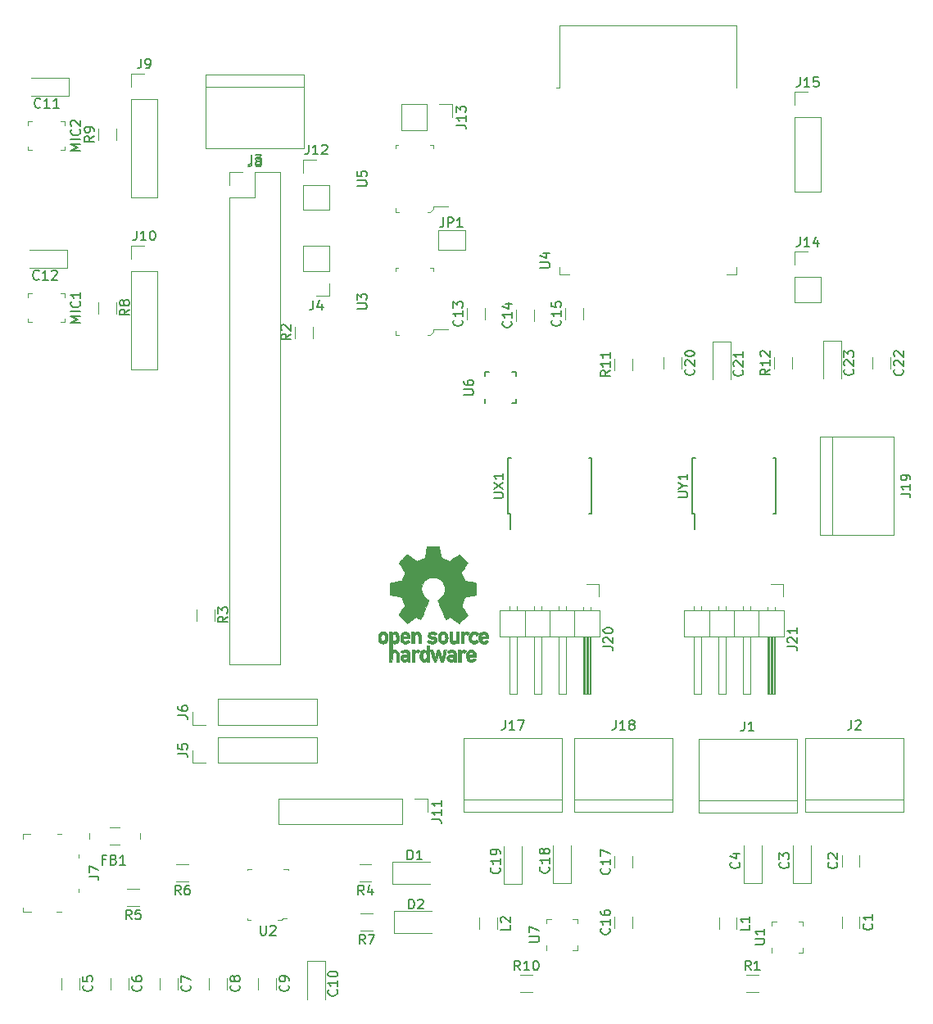
<source format=gbr>
G04 #@! TF.GenerationSoftware,KiCad,Pcbnew,(5.1.4-0-10_14)*
G04 #@! TF.CreationDate,2019-11-07T21:51:41+09:00*
G04 #@! TF.ProjectId,underwater,756e6465-7277-4617-9465-722e6b696361,rev?*
G04 #@! TF.SameCoordinates,Original*
G04 #@! TF.FileFunction,Legend,Top*
G04 #@! TF.FilePolarity,Positive*
%FSLAX46Y46*%
G04 Gerber Fmt 4.6, Leading zero omitted, Abs format (unit mm)*
G04 Created by KiCad (PCBNEW (5.1.4-0-10_14)) date 2019-11-07 21:51:41*
%MOMM*%
%LPD*%
G04 APERTURE LIST*
%ADD10C,0.010000*%
%ADD11C,0.120000*%
%ADD12C,0.100000*%
%ADD13C,0.150000*%
G04 APERTURE END LIST*
D10*
G36*
X149336535Y-81755172D02*
G01*
X149449117Y-82352363D01*
X149864531Y-82523610D01*
X150279944Y-82694857D01*
X150778302Y-82355978D01*
X150917868Y-82261622D01*
X151044028Y-82177375D01*
X151150895Y-82107083D01*
X151232582Y-82054592D01*
X151283201Y-82023749D01*
X151296986Y-82017098D01*
X151321820Y-82034203D01*
X151374888Y-82081489D01*
X151450240Y-82152917D01*
X151541929Y-82242445D01*
X151644007Y-82344034D01*
X151750526Y-82451643D01*
X151855536Y-82559232D01*
X151953091Y-82660760D01*
X152037242Y-82750186D01*
X152102040Y-82821471D01*
X152141538Y-82868573D01*
X152150980Y-82884337D01*
X152137391Y-82913398D01*
X152099293Y-82977066D01*
X152040694Y-83069112D01*
X151965597Y-83183309D01*
X151878009Y-83313429D01*
X151827254Y-83387646D01*
X151734745Y-83523167D01*
X151652540Y-83645461D01*
X151584630Y-83748440D01*
X151535000Y-83826018D01*
X151507640Y-83872106D01*
X151503529Y-83881792D01*
X151512849Y-83909319D01*
X151538254Y-83973473D01*
X151575911Y-84065235D01*
X151621986Y-84175584D01*
X151672646Y-84295500D01*
X151724059Y-84415964D01*
X151772389Y-84527954D01*
X151813806Y-84622452D01*
X151844474Y-84690437D01*
X151860562Y-84722888D01*
X151861511Y-84724165D01*
X151886772Y-84730362D01*
X151954046Y-84744185D01*
X152056360Y-84764277D01*
X152186741Y-84789279D01*
X152338216Y-84817831D01*
X152426594Y-84834296D01*
X152588452Y-84865114D01*
X152734649Y-84894439D01*
X152857787Y-84920666D01*
X152950469Y-84942191D01*
X153005301Y-84957410D01*
X153016323Y-84962238D01*
X153027119Y-84994919D01*
X153035829Y-85068730D01*
X153042460Y-85175037D01*
X153047018Y-85305212D01*
X153049509Y-85450621D01*
X153049938Y-85602635D01*
X153048311Y-85752622D01*
X153044635Y-85891951D01*
X153038915Y-86011990D01*
X153031158Y-86104110D01*
X153021368Y-86159677D01*
X153015496Y-86171245D01*
X152980399Y-86185110D01*
X152906028Y-86204933D01*
X152802223Y-86228384D01*
X152678819Y-86253136D01*
X152635741Y-86261143D01*
X152428047Y-86299186D01*
X152263984Y-86329824D01*
X152138130Y-86354274D01*
X152045065Y-86373754D01*
X151979367Y-86389481D01*
X151935617Y-86402673D01*
X151908392Y-86414549D01*
X151892272Y-86426325D01*
X151890017Y-86428653D01*
X151867503Y-86466145D01*
X151833158Y-86539110D01*
X151790411Y-86638612D01*
X151742692Y-86755718D01*
X151693430Y-86881493D01*
X151646055Y-87007002D01*
X151603995Y-87123310D01*
X151570680Y-87221484D01*
X151549541Y-87292588D01*
X151544005Y-87327687D01*
X151544466Y-87328917D01*
X151563223Y-87357606D01*
X151605776Y-87420730D01*
X151667653Y-87511718D01*
X151744382Y-87624000D01*
X151831491Y-87751005D01*
X151856299Y-87787098D01*
X151944753Y-87917948D01*
X152022588Y-88037336D01*
X152085566Y-88138407D01*
X152129445Y-88214304D01*
X152149985Y-88258172D01*
X152150980Y-88263562D01*
X152133722Y-88291889D01*
X152086036Y-88348006D01*
X152014050Y-88425882D01*
X151923897Y-88519485D01*
X151821705Y-88622786D01*
X151713606Y-88729751D01*
X151605728Y-88834351D01*
X151504204Y-88930554D01*
X151415162Y-89012329D01*
X151344733Y-89073645D01*
X151299047Y-89108471D01*
X151286409Y-89114157D01*
X151256991Y-89100765D01*
X151196761Y-89064644D01*
X151115530Y-89011881D01*
X151053030Y-88969412D01*
X150939785Y-88891485D01*
X150805674Y-88799729D01*
X150671155Y-88708120D01*
X150598833Y-88659091D01*
X150354038Y-88493515D01*
X150148551Y-88604620D01*
X150054936Y-88653293D01*
X149975330Y-88691126D01*
X149921467Y-88712703D01*
X149907757Y-88715706D01*
X149891270Y-88693538D01*
X149858745Y-88630894D01*
X149812609Y-88533554D01*
X149755290Y-88407294D01*
X149689216Y-88257895D01*
X149616815Y-88091133D01*
X149540516Y-87912787D01*
X149462746Y-87728636D01*
X149385934Y-87544457D01*
X149312506Y-87366030D01*
X149244892Y-87199132D01*
X149185520Y-87049542D01*
X149136816Y-86923038D01*
X149101210Y-86825399D01*
X149081130Y-86762402D01*
X149077900Y-86740766D01*
X149103496Y-86713169D01*
X149159539Y-86668370D01*
X149234311Y-86615679D01*
X149240587Y-86611510D01*
X149433845Y-86456814D01*
X149589674Y-86276336D01*
X149706724Y-86075847D01*
X149783645Y-85861119D01*
X149819086Y-85637922D01*
X149811697Y-85412026D01*
X149760127Y-85189204D01*
X149663026Y-84975224D01*
X149634458Y-84928409D01*
X149485868Y-84739363D01*
X149310327Y-84587557D01*
X149113910Y-84473779D01*
X148902693Y-84398820D01*
X148682753Y-84363467D01*
X148460163Y-84368512D01*
X148241001Y-84414744D01*
X148031342Y-84502951D01*
X147837261Y-84633924D01*
X147777226Y-84687082D01*
X147624435Y-84853484D01*
X147513097Y-85028657D01*
X147436723Y-85225011D01*
X147394187Y-85419462D01*
X147383686Y-85638087D01*
X147418701Y-85857797D01*
X147495673Y-86071165D01*
X147611047Y-86270767D01*
X147761266Y-86449174D01*
X147942773Y-86598962D01*
X147966627Y-86614751D01*
X148042201Y-86666457D01*
X148099651Y-86711257D01*
X148127117Y-86739862D01*
X148127517Y-86740766D01*
X148121620Y-86771709D01*
X148098245Y-86841936D01*
X148059821Y-86945670D01*
X148008777Y-87077135D01*
X147947542Y-87230552D01*
X147878544Y-87400146D01*
X147804214Y-87580138D01*
X147726978Y-87764753D01*
X147649268Y-87948213D01*
X147573511Y-88124741D01*
X147502137Y-88288559D01*
X147437574Y-88433892D01*
X147382252Y-88554962D01*
X147338600Y-88645992D01*
X147309046Y-88701205D01*
X147297144Y-88715706D01*
X147260777Y-88704414D01*
X147192730Y-88674130D01*
X147104737Y-88630265D01*
X147056351Y-88604620D01*
X146850863Y-88493515D01*
X146606068Y-88659091D01*
X146481106Y-88743915D01*
X146344295Y-88837261D01*
X146216089Y-88925153D01*
X146151871Y-88969412D01*
X146061551Y-89030063D01*
X145985071Y-89078126D01*
X145932407Y-89107515D01*
X145915302Y-89113727D01*
X145890405Y-89096968D01*
X145835305Y-89050181D01*
X145755343Y-88978225D01*
X145655861Y-88885957D01*
X145542200Y-88778235D01*
X145470315Y-88709071D01*
X145344551Y-88585502D01*
X145235863Y-88474979D01*
X145148645Y-88382230D01*
X145087289Y-88311982D01*
X145056191Y-88268965D01*
X145053208Y-88260235D01*
X145067053Y-88227029D01*
X145105312Y-88159887D01*
X145163742Y-88065608D01*
X145238097Y-87950990D01*
X145324135Y-87822828D01*
X145348603Y-87787098D01*
X145437755Y-87657234D01*
X145517738Y-87540314D01*
X145584080Y-87442907D01*
X145632311Y-87371584D01*
X145657957Y-87332915D01*
X145660435Y-87328917D01*
X145656729Y-87298100D01*
X145637061Y-87230344D01*
X145604860Y-87134584D01*
X145563555Y-87019754D01*
X145516575Y-86894789D01*
X145467349Y-86768624D01*
X145419308Y-86650193D01*
X145375881Y-86548430D01*
X145340496Y-86472271D01*
X145316584Y-86430649D01*
X145314884Y-86428653D01*
X145300262Y-86416758D01*
X145275565Y-86404995D01*
X145235372Y-86392146D01*
X145174263Y-86376994D01*
X145086817Y-86358321D01*
X144967612Y-86334910D01*
X144811227Y-86305542D01*
X144612243Y-86269000D01*
X144569160Y-86261143D01*
X144441471Y-86236472D01*
X144330153Y-86212338D01*
X144245045Y-86191069D01*
X144195983Y-86174993D01*
X144189405Y-86171245D01*
X144178564Y-86138018D01*
X144169753Y-86063766D01*
X144162976Y-85957121D01*
X144158240Y-85826712D01*
X144155550Y-85681172D01*
X144154913Y-85529131D01*
X144156334Y-85379221D01*
X144159820Y-85240073D01*
X144165376Y-85120317D01*
X144173008Y-85028586D01*
X144182722Y-84973511D01*
X144188578Y-84962238D01*
X144221180Y-84950868D01*
X144295418Y-84932369D01*
X144403896Y-84908347D01*
X144539217Y-84880407D01*
X144693985Y-84850153D01*
X144778308Y-84834296D01*
X144938296Y-84804389D01*
X145080967Y-84777295D01*
X145199348Y-84754376D01*
X145286465Y-84736988D01*
X145335345Y-84726492D01*
X145343390Y-84724165D01*
X145356987Y-84697931D01*
X145385729Y-84634740D01*
X145425785Y-84543622D01*
X145473324Y-84433602D01*
X145524515Y-84313710D01*
X145575526Y-84192972D01*
X145622526Y-84080416D01*
X145661684Y-83985071D01*
X145689169Y-83915962D01*
X145701149Y-83882119D01*
X145701372Y-83880640D01*
X145687791Y-83853942D01*
X145649715Y-83792505D01*
X145591147Y-83702434D01*
X145516088Y-83589835D01*
X145428540Y-83460815D01*
X145377647Y-83386706D01*
X145284909Y-83250822D01*
X145202541Y-83127454D01*
X145134561Y-83022842D01*
X145084988Y-82943228D01*
X145057842Y-82894852D01*
X145053921Y-82884007D01*
X145070775Y-82858765D01*
X145117368Y-82804869D01*
X145187749Y-82728358D01*
X145275965Y-82635268D01*
X145376065Y-82531640D01*
X145482098Y-82423509D01*
X145588111Y-82316915D01*
X145688152Y-82217895D01*
X145776270Y-82132487D01*
X145846513Y-82066730D01*
X145892928Y-82026661D01*
X145908456Y-82017098D01*
X145933739Y-82030545D01*
X145994211Y-82068320D01*
X146083992Y-82126580D01*
X146197203Y-82201479D01*
X146327964Y-82289170D01*
X146426600Y-82355978D01*
X146924957Y-82694857D01*
X147340371Y-82523610D01*
X147755784Y-82352363D01*
X147868366Y-81755172D01*
X147980949Y-81157980D01*
X149223952Y-81157980D01*
X149336535Y-81755172D01*
X149336535Y-81755172D01*
G37*
X149336535Y-81755172D02*
X149449117Y-82352363D01*
X149864531Y-82523610D01*
X150279944Y-82694857D01*
X150778302Y-82355978D01*
X150917868Y-82261622D01*
X151044028Y-82177375D01*
X151150895Y-82107083D01*
X151232582Y-82054592D01*
X151283201Y-82023749D01*
X151296986Y-82017098D01*
X151321820Y-82034203D01*
X151374888Y-82081489D01*
X151450240Y-82152917D01*
X151541929Y-82242445D01*
X151644007Y-82344034D01*
X151750526Y-82451643D01*
X151855536Y-82559232D01*
X151953091Y-82660760D01*
X152037242Y-82750186D01*
X152102040Y-82821471D01*
X152141538Y-82868573D01*
X152150980Y-82884337D01*
X152137391Y-82913398D01*
X152099293Y-82977066D01*
X152040694Y-83069112D01*
X151965597Y-83183309D01*
X151878009Y-83313429D01*
X151827254Y-83387646D01*
X151734745Y-83523167D01*
X151652540Y-83645461D01*
X151584630Y-83748440D01*
X151535000Y-83826018D01*
X151507640Y-83872106D01*
X151503529Y-83881792D01*
X151512849Y-83909319D01*
X151538254Y-83973473D01*
X151575911Y-84065235D01*
X151621986Y-84175584D01*
X151672646Y-84295500D01*
X151724059Y-84415964D01*
X151772389Y-84527954D01*
X151813806Y-84622452D01*
X151844474Y-84690437D01*
X151860562Y-84722888D01*
X151861511Y-84724165D01*
X151886772Y-84730362D01*
X151954046Y-84744185D01*
X152056360Y-84764277D01*
X152186741Y-84789279D01*
X152338216Y-84817831D01*
X152426594Y-84834296D01*
X152588452Y-84865114D01*
X152734649Y-84894439D01*
X152857787Y-84920666D01*
X152950469Y-84942191D01*
X153005301Y-84957410D01*
X153016323Y-84962238D01*
X153027119Y-84994919D01*
X153035829Y-85068730D01*
X153042460Y-85175037D01*
X153047018Y-85305212D01*
X153049509Y-85450621D01*
X153049938Y-85602635D01*
X153048311Y-85752622D01*
X153044635Y-85891951D01*
X153038915Y-86011990D01*
X153031158Y-86104110D01*
X153021368Y-86159677D01*
X153015496Y-86171245D01*
X152980399Y-86185110D01*
X152906028Y-86204933D01*
X152802223Y-86228384D01*
X152678819Y-86253136D01*
X152635741Y-86261143D01*
X152428047Y-86299186D01*
X152263984Y-86329824D01*
X152138130Y-86354274D01*
X152045065Y-86373754D01*
X151979367Y-86389481D01*
X151935617Y-86402673D01*
X151908392Y-86414549D01*
X151892272Y-86426325D01*
X151890017Y-86428653D01*
X151867503Y-86466145D01*
X151833158Y-86539110D01*
X151790411Y-86638612D01*
X151742692Y-86755718D01*
X151693430Y-86881493D01*
X151646055Y-87007002D01*
X151603995Y-87123310D01*
X151570680Y-87221484D01*
X151549541Y-87292588D01*
X151544005Y-87327687D01*
X151544466Y-87328917D01*
X151563223Y-87357606D01*
X151605776Y-87420730D01*
X151667653Y-87511718D01*
X151744382Y-87624000D01*
X151831491Y-87751005D01*
X151856299Y-87787098D01*
X151944753Y-87917948D01*
X152022588Y-88037336D01*
X152085566Y-88138407D01*
X152129445Y-88214304D01*
X152149985Y-88258172D01*
X152150980Y-88263562D01*
X152133722Y-88291889D01*
X152086036Y-88348006D01*
X152014050Y-88425882D01*
X151923897Y-88519485D01*
X151821705Y-88622786D01*
X151713606Y-88729751D01*
X151605728Y-88834351D01*
X151504204Y-88930554D01*
X151415162Y-89012329D01*
X151344733Y-89073645D01*
X151299047Y-89108471D01*
X151286409Y-89114157D01*
X151256991Y-89100765D01*
X151196761Y-89064644D01*
X151115530Y-89011881D01*
X151053030Y-88969412D01*
X150939785Y-88891485D01*
X150805674Y-88799729D01*
X150671155Y-88708120D01*
X150598833Y-88659091D01*
X150354038Y-88493515D01*
X150148551Y-88604620D01*
X150054936Y-88653293D01*
X149975330Y-88691126D01*
X149921467Y-88712703D01*
X149907757Y-88715706D01*
X149891270Y-88693538D01*
X149858745Y-88630894D01*
X149812609Y-88533554D01*
X149755290Y-88407294D01*
X149689216Y-88257895D01*
X149616815Y-88091133D01*
X149540516Y-87912787D01*
X149462746Y-87728636D01*
X149385934Y-87544457D01*
X149312506Y-87366030D01*
X149244892Y-87199132D01*
X149185520Y-87049542D01*
X149136816Y-86923038D01*
X149101210Y-86825399D01*
X149081130Y-86762402D01*
X149077900Y-86740766D01*
X149103496Y-86713169D01*
X149159539Y-86668370D01*
X149234311Y-86615679D01*
X149240587Y-86611510D01*
X149433845Y-86456814D01*
X149589674Y-86276336D01*
X149706724Y-86075847D01*
X149783645Y-85861119D01*
X149819086Y-85637922D01*
X149811697Y-85412026D01*
X149760127Y-85189204D01*
X149663026Y-84975224D01*
X149634458Y-84928409D01*
X149485868Y-84739363D01*
X149310327Y-84587557D01*
X149113910Y-84473779D01*
X148902693Y-84398820D01*
X148682753Y-84363467D01*
X148460163Y-84368512D01*
X148241001Y-84414744D01*
X148031342Y-84502951D01*
X147837261Y-84633924D01*
X147777226Y-84687082D01*
X147624435Y-84853484D01*
X147513097Y-85028657D01*
X147436723Y-85225011D01*
X147394187Y-85419462D01*
X147383686Y-85638087D01*
X147418701Y-85857797D01*
X147495673Y-86071165D01*
X147611047Y-86270767D01*
X147761266Y-86449174D01*
X147942773Y-86598962D01*
X147966627Y-86614751D01*
X148042201Y-86666457D01*
X148099651Y-86711257D01*
X148127117Y-86739862D01*
X148127517Y-86740766D01*
X148121620Y-86771709D01*
X148098245Y-86841936D01*
X148059821Y-86945670D01*
X148008777Y-87077135D01*
X147947542Y-87230552D01*
X147878544Y-87400146D01*
X147804214Y-87580138D01*
X147726978Y-87764753D01*
X147649268Y-87948213D01*
X147573511Y-88124741D01*
X147502137Y-88288559D01*
X147437574Y-88433892D01*
X147382252Y-88554962D01*
X147338600Y-88645992D01*
X147309046Y-88701205D01*
X147297144Y-88715706D01*
X147260777Y-88704414D01*
X147192730Y-88674130D01*
X147104737Y-88630265D01*
X147056351Y-88604620D01*
X146850863Y-88493515D01*
X146606068Y-88659091D01*
X146481106Y-88743915D01*
X146344295Y-88837261D01*
X146216089Y-88925153D01*
X146151871Y-88969412D01*
X146061551Y-89030063D01*
X145985071Y-89078126D01*
X145932407Y-89107515D01*
X145915302Y-89113727D01*
X145890405Y-89096968D01*
X145835305Y-89050181D01*
X145755343Y-88978225D01*
X145655861Y-88885957D01*
X145542200Y-88778235D01*
X145470315Y-88709071D01*
X145344551Y-88585502D01*
X145235863Y-88474979D01*
X145148645Y-88382230D01*
X145087289Y-88311982D01*
X145056191Y-88268965D01*
X145053208Y-88260235D01*
X145067053Y-88227029D01*
X145105312Y-88159887D01*
X145163742Y-88065608D01*
X145238097Y-87950990D01*
X145324135Y-87822828D01*
X145348603Y-87787098D01*
X145437755Y-87657234D01*
X145517738Y-87540314D01*
X145584080Y-87442907D01*
X145632311Y-87371584D01*
X145657957Y-87332915D01*
X145660435Y-87328917D01*
X145656729Y-87298100D01*
X145637061Y-87230344D01*
X145604860Y-87134584D01*
X145563555Y-87019754D01*
X145516575Y-86894789D01*
X145467349Y-86768624D01*
X145419308Y-86650193D01*
X145375881Y-86548430D01*
X145340496Y-86472271D01*
X145316584Y-86430649D01*
X145314884Y-86428653D01*
X145300262Y-86416758D01*
X145275565Y-86404995D01*
X145235372Y-86392146D01*
X145174263Y-86376994D01*
X145086817Y-86358321D01*
X144967612Y-86334910D01*
X144811227Y-86305542D01*
X144612243Y-86269000D01*
X144569160Y-86261143D01*
X144441471Y-86236472D01*
X144330153Y-86212338D01*
X144245045Y-86191069D01*
X144195983Y-86174993D01*
X144189405Y-86171245D01*
X144178564Y-86138018D01*
X144169753Y-86063766D01*
X144162976Y-85957121D01*
X144158240Y-85826712D01*
X144155550Y-85681172D01*
X144154913Y-85529131D01*
X144156334Y-85379221D01*
X144159820Y-85240073D01*
X144165376Y-85120317D01*
X144173008Y-85028586D01*
X144182722Y-84973511D01*
X144188578Y-84962238D01*
X144221180Y-84950868D01*
X144295418Y-84932369D01*
X144403896Y-84908347D01*
X144539217Y-84880407D01*
X144693985Y-84850153D01*
X144778308Y-84834296D01*
X144938296Y-84804389D01*
X145080967Y-84777295D01*
X145199348Y-84754376D01*
X145286465Y-84736988D01*
X145335345Y-84726492D01*
X145343390Y-84724165D01*
X145356987Y-84697931D01*
X145385729Y-84634740D01*
X145425785Y-84543622D01*
X145473324Y-84433602D01*
X145524515Y-84313710D01*
X145575526Y-84192972D01*
X145622526Y-84080416D01*
X145661684Y-83985071D01*
X145689169Y-83915962D01*
X145701149Y-83882119D01*
X145701372Y-83880640D01*
X145687791Y-83853942D01*
X145649715Y-83792505D01*
X145591147Y-83702434D01*
X145516088Y-83589835D01*
X145428540Y-83460815D01*
X145377647Y-83386706D01*
X145284909Y-83250822D01*
X145202541Y-83127454D01*
X145134561Y-83022842D01*
X145084988Y-82943228D01*
X145057842Y-82894852D01*
X145053921Y-82884007D01*
X145070775Y-82858765D01*
X145117368Y-82804869D01*
X145187749Y-82728358D01*
X145275965Y-82635268D01*
X145376065Y-82531640D01*
X145482098Y-82423509D01*
X145588111Y-82316915D01*
X145688152Y-82217895D01*
X145776270Y-82132487D01*
X145846513Y-82066730D01*
X145892928Y-82026661D01*
X145908456Y-82017098D01*
X145933739Y-82030545D01*
X145994211Y-82068320D01*
X146083992Y-82126580D01*
X146197203Y-82201479D01*
X146327964Y-82289170D01*
X146426600Y-82355978D01*
X146924957Y-82694857D01*
X147340371Y-82523610D01*
X147755784Y-82352363D01*
X147868366Y-81755172D01*
X147980949Y-81157980D01*
X149223952Y-81157980D01*
X149336535Y-81755172D01*
G36*
X152153637Y-90009472D02*
G01*
X152239290Y-90035641D01*
X152294437Y-90068707D01*
X152312401Y-90094855D01*
X152307457Y-90125852D01*
X152275372Y-90174547D01*
X152248243Y-90209035D01*
X152192317Y-90271383D01*
X152150299Y-90297615D01*
X152114480Y-90295903D01*
X152008224Y-90268863D01*
X151930189Y-90270091D01*
X151866820Y-90300735D01*
X151845546Y-90318670D01*
X151777451Y-90381779D01*
X151777451Y-91205922D01*
X151503529Y-91205922D01*
X151503529Y-90010628D01*
X151640490Y-90010628D01*
X151722719Y-90013879D01*
X151765144Y-90025426D01*
X151777445Y-90047952D01*
X151777451Y-90048620D01*
X151783260Y-90072215D01*
X151809531Y-90069138D01*
X151845931Y-90052115D01*
X151921111Y-90020439D01*
X151982158Y-90001381D01*
X152060708Y-89996496D01*
X152153637Y-90009472D01*
X152153637Y-90009472D01*
G37*
X152153637Y-90009472D02*
X152239290Y-90035641D01*
X152294437Y-90068707D01*
X152312401Y-90094855D01*
X152307457Y-90125852D01*
X152275372Y-90174547D01*
X152248243Y-90209035D01*
X152192317Y-90271383D01*
X152150299Y-90297615D01*
X152114480Y-90295903D01*
X152008224Y-90268863D01*
X151930189Y-90270091D01*
X151866820Y-90300735D01*
X151845546Y-90318670D01*
X151777451Y-90381779D01*
X151777451Y-91205922D01*
X151503529Y-91205922D01*
X151503529Y-90010628D01*
X151640490Y-90010628D01*
X151722719Y-90013879D01*
X151765144Y-90025426D01*
X151777445Y-90047952D01*
X151777451Y-90048620D01*
X151783260Y-90072215D01*
X151809531Y-90069138D01*
X151845931Y-90052115D01*
X151921111Y-90020439D01*
X151982158Y-90001381D01*
X152060708Y-89996496D01*
X152153637Y-90009472D01*
G36*
X147096760Y-90031199D02*
G01*
X147158736Y-90060802D01*
X147218759Y-90103561D01*
X147264486Y-90152775D01*
X147297793Y-90215544D01*
X147320555Y-90298971D01*
X147334647Y-90410159D01*
X147341942Y-90556209D01*
X147344318Y-90744223D01*
X147344355Y-90763912D01*
X147344902Y-91205922D01*
X147070980Y-91205922D01*
X147070980Y-90798435D01*
X147070785Y-90647471D01*
X147069436Y-90538056D01*
X147065788Y-90461933D01*
X147058696Y-90410848D01*
X147047013Y-90376545D01*
X147029594Y-90350768D01*
X147005329Y-90325298D01*
X146920435Y-90270571D01*
X146827761Y-90260416D01*
X146739473Y-90295017D01*
X146708770Y-90320770D01*
X146686229Y-90344982D01*
X146670046Y-90370912D01*
X146659168Y-90406708D01*
X146652542Y-90460519D01*
X146649115Y-90540493D01*
X146647834Y-90654779D01*
X146647647Y-90793907D01*
X146647647Y-91205922D01*
X146373725Y-91205922D01*
X146373725Y-90010628D01*
X146510686Y-90010628D01*
X146592916Y-90013879D01*
X146635340Y-90025426D01*
X146647641Y-90047952D01*
X146647647Y-90048620D01*
X146653354Y-90070681D01*
X146678527Y-90068177D01*
X146728578Y-90043937D01*
X146842094Y-90008271D01*
X146971945Y-90004305D01*
X147096760Y-90031199D01*
X147096760Y-90031199D01*
G37*
X147096760Y-90031199D02*
X147158736Y-90060802D01*
X147218759Y-90103561D01*
X147264486Y-90152775D01*
X147297793Y-90215544D01*
X147320555Y-90298971D01*
X147334647Y-90410159D01*
X147341942Y-90556209D01*
X147344318Y-90744223D01*
X147344355Y-90763912D01*
X147344902Y-91205922D01*
X147070980Y-91205922D01*
X147070980Y-90798435D01*
X147070785Y-90647471D01*
X147069436Y-90538056D01*
X147065788Y-90461933D01*
X147058696Y-90410848D01*
X147047013Y-90376545D01*
X147029594Y-90350768D01*
X147005329Y-90325298D01*
X146920435Y-90270571D01*
X146827761Y-90260416D01*
X146739473Y-90295017D01*
X146708770Y-90320770D01*
X146686229Y-90344982D01*
X146670046Y-90370912D01*
X146659168Y-90406708D01*
X146652542Y-90460519D01*
X146649115Y-90540493D01*
X146647834Y-90654779D01*
X146647647Y-90793907D01*
X146647647Y-91205922D01*
X146373725Y-91205922D01*
X146373725Y-90010628D01*
X146510686Y-90010628D01*
X146592916Y-90013879D01*
X146635340Y-90025426D01*
X146647641Y-90047952D01*
X146647647Y-90048620D01*
X146653354Y-90070681D01*
X146678527Y-90068177D01*
X146728578Y-90043937D01*
X146842094Y-90008271D01*
X146971945Y-90004305D01*
X147096760Y-90031199D01*
G36*
X153893287Y-90006355D02*
G01*
X153957051Y-90021845D01*
X154079300Y-90078569D01*
X154183834Y-90165202D01*
X154256180Y-90269074D01*
X154266119Y-90292396D01*
X154279754Y-90353484D01*
X154289298Y-90443853D01*
X154292549Y-90535190D01*
X154292549Y-90707882D01*
X153931470Y-90707882D01*
X153782546Y-90708445D01*
X153677632Y-90711864D01*
X153610937Y-90720731D01*
X153576666Y-90737641D01*
X153569028Y-90765189D01*
X153582229Y-90805968D01*
X153605877Y-90853683D01*
X153671843Y-90933314D01*
X153763512Y-90972987D01*
X153875555Y-90971695D01*
X154002472Y-90928514D01*
X154112158Y-90875224D01*
X154203173Y-90947191D01*
X154294188Y-91019157D01*
X154208563Y-91098269D01*
X154094250Y-91173017D01*
X153953666Y-91218084D01*
X153802449Y-91230696D01*
X153656236Y-91208079D01*
X153632647Y-91200405D01*
X153504141Y-91133296D01*
X153408551Y-91033247D01*
X153343861Y-90897271D01*
X153308057Y-90722380D01*
X153307640Y-90718632D01*
X153304434Y-90528032D01*
X153317393Y-90460035D01*
X153570392Y-90460035D01*
X153593627Y-90470491D01*
X153656710Y-90478500D01*
X153749706Y-90483073D01*
X153808638Y-90483765D01*
X153918537Y-90483332D01*
X153987252Y-90480578D01*
X154023405Y-90473321D01*
X154035615Y-90459376D01*
X154032504Y-90436562D01*
X154029894Y-90427735D01*
X153985344Y-90344800D01*
X153915279Y-90277960D01*
X153853446Y-90248589D01*
X153771301Y-90250362D01*
X153688062Y-90286990D01*
X153618238Y-90347634D01*
X153576337Y-90421456D01*
X153570392Y-90460035D01*
X153317393Y-90460035D01*
X153336385Y-90360395D01*
X153399773Y-90219711D01*
X153490878Y-90109974D01*
X153605978Y-90035174D01*
X153741355Y-89999304D01*
X153893287Y-90006355D01*
X153893287Y-90006355D01*
G37*
X153893287Y-90006355D02*
X153957051Y-90021845D01*
X154079300Y-90078569D01*
X154183834Y-90165202D01*
X154256180Y-90269074D01*
X154266119Y-90292396D01*
X154279754Y-90353484D01*
X154289298Y-90443853D01*
X154292549Y-90535190D01*
X154292549Y-90707882D01*
X153931470Y-90707882D01*
X153782546Y-90708445D01*
X153677632Y-90711864D01*
X153610937Y-90720731D01*
X153576666Y-90737641D01*
X153569028Y-90765189D01*
X153582229Y-90805968D01*
X153605877Y-90853683D01*
X153671843Y-90933314D01*
X153763512Y-90972987D01*
X153875555Y-90971695D01*
X154002472Y-90928514D01*
X154112158Y-90875224D01*
X154203173Y-90947191D01*
X154294188Y-91019157D01*
X154208563Y-91098269D01*
X154094250Y-91173017D01*
X153953666Y-91218084D01*
X153802449Y-91230696D01*
X153656236Y-91208079D01*
X153632647Y-91200405D01*
X153504141Y-91133296D01*
X153408551Y-91033247D01*
X153343861Y-90897271D01*
X153308057Y-90722380D01*
X153307640Y-90718632D01*
X153304434Y-90528032D01*
X153317393Y-90460035D01*
X153570392Y-90460035D01*
X153593627Y-90470491D01*
X153656710Y-90478500D01*
X153749706Y-90483073D01*
X153808638Y-90483765D01*
X153918537Y-90483332D01*
X153987252Y-90480578D01*
X154023405Y-90473321D01*
X154035615Y-90459376D01*
X154032504Y-90436562D01*
X154029894Y-90427735D01*
X153985344Y-90344800D01*
X153915279Y-90277960D01*
X153853446Y-90248589D01*
X153771301Y-90250362D01*
X153688062Y-90286990D01*
X153618238Y-90347634D01*
X153576337Y-90421456D01*
X153570392Y-90460035D01*
X153317393Y-90460035D01*
X153336385Y-90360395D01*
X153399773Y-90219711D01*
X153490878Y-90109974D01*
X153605978Y-90035174D01*
X153741355Y-89999304D01*
X153893287Y-90006355D01*
G36*
X152980976Y-90021056D02*
G01*
X153125256Y-90082348D01*
X153170699Y-90112185D01*
X153228779Y-90158036D01*
X153265238Y-90194089D01*
X153271568Y-90205832D01*
X153253693Y-90231889D01*
X153207950Y-90276105D01*
X153171328Y-90306965D01*
X153071088Y-90387520D01*
X152991935Y-90320918D01*
X152930769Y-90277921D01*
X152871129Y-90263079D01*
X152802872Y-90266704D01*
X152694482Y-90293652D01*
X152619872Y-90349587D01*
X152574530Y-90440014D01*
X152553947Y-90570435D01*
X152553942Y-90570517D01*
X152555722Y-90716290D01*
X152583387Y-90823245D01*
X152638571Y-90896064D01*
X152676192Y-90920723D01*
X152776105Y-90951431D01*
X152882822Y-90951449D01*
X152975669Y-90921655D01*
X152997647Y-90907098D01*
X153052765Y-90869914D01*
X153095859Y-90863820D01*
X153142335Y-90891496D01*
X153193716Y-90941205D01*
X153275046Y-91025116D01*
X153184749Y-91099546D01*
X153045236Y-91183549D01*
X152887912Y-91224947D01*
X152723503Y-91221950D01*
X152615531Y-91194500D01*
X152489331Y-91126620D01*
X152388401Y-91019831D01*
X152342548Y-90944451D01*
X152305410Y-90836297D01*
X152286827Y-90699318D01*
X152286684Y-90550864D01*
X152304865Y-90408281D01*
X152341255Y-90288918D01*
X152346987Y-90276680D01*
X152431865Y-90156655D01*
X152546782Y-90069267D01*
X152682659Y-90016329D01*
X152830417Y-89999654D01*
X152980976Y-90021056D01*
X152980976Y-90021056D01*
G37*
X152980976Y-90021056D02*
X153125256Y-90082348D01*
X153170699Y-90112185D01*
X153228779Y-90158036D01*
X153265238Y-90194089D01*
X153271568Y-90205832D01*
X153253693Y-90231889D01*
X153207950Y-90276105D01*
X153171328Y-90306965D01*
X153071088Y-90387520D01*
X152991935Y-90320918D01*
X152930769Y-90277921D01*
X152871129Y-90263079D01*
X152802872Y-90266704D01*
X152694482Y-90293652D01*
X152619872Y-90349587D01*
X152574530Y-90440014D01*
X152553947Y-90570435D01*
X152553942Y-90570517D01*
X152555722Y-90716290D01*
X152583387Y-90823245D01*
X152638571Y-90896064D01*
X152676192Y-90920723D01*
X152776105Y-90951431D01*
X152882822Y-90951449D01*
X152975669Y-90921655D01*
X152997647Y-90907098D01*
X153052765Y-90869914D01*
X153095859Y-90863820D01*
X153142335Y-90891496D01*
X153193716Y-90941205D01*
X153275046Y-91025116D01*
X153184749Y-91099546D01*
X153045236Y-91183549D01*
X152887912Y-91224947D01*
X152723503Y-91221950D01*
X152615531Y-91194500D01*
X152489331Y-91126620D01*
X152388401Y-91019831D01*
X152342548Y-90944451D01*
X152305410Y-90836297D01*
X152286827Y-90699318D01*
X152286684Y-90550864D01*
X152304865Y-90408281D01*
X152341255Y-90288918D01*
X152346987Y-90276680D01*
X152431865Y-90156655D01*
X152546782Y-90069267D01*
X152682659Y-90016329D01*
X152830417Y-89999654D01*
X152980976Y-90021056D01*
G36*
X150557254Y-90398245D02*
G01*
X150559608Y-90580879D01*
X150568207Y-90719600D01*
X150585360Y-90820147D01*
X150613374Y-90888254D01*
X150654557Y-90929659D01*
X150711217Y-90950097D01*
X150781372Y-90955318D01*
X150854848Y-90949468D01*
X150910657Y-90928093D01*
X150951109Y-90885458D01*
X150978509Y-90815825D01*
X150995167Y-90713460D01*
X151003389Y-90572624D01*
X151005490Y-90398245D01*
X151005490Y-90010628D01*
X151279411Y-90010628D01*
X151279411Y-91205922D01*
X151142451Y-91205922D01*
X151059884Y-91202576D01*
X151017368Y-91190826D01*
X151005490Y-91168520D01*
X150998336Y-91148654D01*
X150969865Y-91152857D01*
X150912476Y-91180971D01*
X150780945Y-91224342D01*
X150641438Y-91221270D01*
X150507765Y-91174174D01*
X150444108Y-91136971D01*
X150395553Y-91096691D01*
X150360081Y-91046291D01*
X150335674Y-90978729D01*
X150320313Y-90886965D01*
X150311982Y-90763955D01*
X150308662Y-90602659D01*
X150308235Y-90477928D01*
X150308235Y-90010628D01*
X150557254Y-90010628D01*
X150557254Y-90398245D01*
X150557254Y-90398245D01*
G37*
X150557254Y-90398245D02*
X150559608Y-90580879D01*
X150568207Y-90719600D01*
X150585360Y-90820147D01*
X150613374Y-90888254D01*
X150654557Y-90929659D01*
X150711217Y-90950097D01*
X150781372Y-90955318D01*
X150854848Y-90949468D01*
X150910657Y-90928093D01*
X150951109Y-90885458D01*
X150978509Y-90815825D01*
X150995167Y-90713460D01*
X151003389Y-90572624D01*
X151005490Y-90398245D01*
X151005490Y-90010628D01*
X151279411Y-90010628D01*
X151279411Y-91205922D01*
X151142451Y-91205922D01*
X151059884Y-91202576D01*
X151017368Y-91190826D01*
X151005490Y-91168520D01*
X150998336Y-91148654D01*
X150969865Y-91152857D01*
X150912476Y-91180971D01*
X150780945Y-91224342D01*
X150641438Y-91221270D01*
X150507765Y-91174174D01*
X150444108Y-91136971D01*
X150395553Y-91096691D01*
X150360081Y-91046291D01*
X150335674Y-90978729D01*
X150320313Y-90886965D01*
X150311982Y-90763955D01*
X150308662Y-90602659D01*
X150308235Y-90477928D01*
X150308235Y-90010628D01*
X150557254Y-90010628D01*
X150557254Y-90398245D01*
G36*
X149799547Y-90025364D02*
G01*
X149925502Y-90093959D01*
X150024047Y-90202245D01*
X150070478Y-90290315D01*
X150090412Y-90368101D01*
X150103328Y-90478993D01*
X150108863Y-90606738D01*
X150106654Y-90735084D01*
X150096337Y-90847779D01*
X150084286Y-90907969D01*
X150043634Y-90990311D01*
X149973230Y-91077770D01*
X149888382Y-91154251D01*
X149804397Y-91203655D01*
X149802349Y-91204439D01*
X149698134Y-91226027D01*
X149574627Y-91226562D01*
X149457261Y-91206908D01*
X149411942Y-91191155D01*
X149295220Y-91124966D01*
X149211624Y-91038246D01*
X149156701Y-90923438D01*
X149125995Y-90772982D01*
X149119047Y-90694173D01*
X149119933Y-90595145D01*
X149386862Y-90595145D01*
X149395854Y-90739645D01*
X149421736Y-90849760D01*
X149462868Y-90920116D01*
X149492172Y-90940235D01*
X149567251Y-90954265D01*
X149656494Y-90950111D01*
X149733650Y-90929922D01*
X149753883Y-90918815D01*
X149807265Y-90854123D01*
X149842500Y-90755119D01*
X149857498Y-90634632D01*
X149850172Y-90505494D01*
X149833799Y-90427775D01*
X149786790Y-90337771D01*
X149712582Y-90281509D01*
X149623209Y-90262057D01*
X149530707Y-90282481D01*
X149459653Y-90332437D01*
X149422312Y-90373655D01*
X149400518Y-90414281D01*
X149390130Y-90469264D01*
X149387006Y-90553549D01*
X149386862Y-90595145D01*
X149119933Y-90595145D01*
X149120930Y-90483874D01*
X149155180Y-90311423D01*
X149221802Y-90176814D01*
X149320799Y-90080040D01*
X149452175Y-90021094D01*
X149480385Y-90014259D01*
X149649926Y-89998213D01*
X149799547Y-90025364D01*
X149799547Y-90025364D01*
G37*
X149799547Y-90025364D02*
X149925502Y-90093959D01*
X150024047Y-90202245D01*
X150070478Y-90290315D01*
X150090412Y-90368101D01*
X150103328Y-90478993D01*
X150108863Y-90606738D01*
X150106654Y-90735084D01*
X150096337Y-90847779D01*
X150084286Y-90907969D01*
X150043634Y-90990311D01*
X149973230Y-91077770D01*
X149888382Y-91154251D01*
X149804397Y-91203655D01*
X149802349Y-91204439D01*
X149698134Y-91226027D01*
X149574627Y-91226562D01*
X149457261Y-91206908D01*
X149411942Y-91191155D01*
X149295220Y-91124966D01*
X149211624Y-91038246D01*
X149156701Y-90923438D01*
X149125995Y-90772982D01*
X149119047Y-90694173D01*
X149119933Y-90595145D01*
X149386862Y-90595145D01*
X149395854Y-90739645D01*
X149421736Y-90849760D01*
X149462868Y-90920116D01*
X149492172Y-90940235D01*
X149567251Y-90954265D01*
X149656494Y-90950111D01*
X149733650Y-90929922D01*
X149753883Y-90918815D01*
X149807265Y-90854123D01*
X149842500Y-90755119D01*
X149857498Y-90634632D01*
X149850172Y-90505494D01*
X149833799Y-90427775D01*
X149786790Y-90337771D01*
X149712582Y-90281509D01*
X149623209Y-90262057D01*
X149530707Y-90282481D01*
X149459653Y-90332437D01*
X149422312Y-90373655D01*
X149400518Y-90414281D01*
X149390130Y-90469264D01*
X149387006Y-90553549D01*
X149386862Y-90595145D01*
X149119933Y-90595145D01*
X149120930Y-90483874D01*
X149155180Y-90311423D01*
X149221802Y-90176814D01*
X149320799Y-90080040D01*
X149452175Y-90021094D01*
X149480385Y-90014259D01*
X149649926Y-89998213D01*
X149799547Y-90025364D01*
G36*
X148617759Y-90006345D02*
G01*
X148712059Y-90024229D01*
X148809890Y-90061633D01*
X148820343Y-90066402D01*
X148894531Y-90105412D01*
X148945910Y-90141664D01*
X148962517Y-90164887D01*
X148946702Y-90202761D01*
X148908288Y-90258644D01*
X148891237Y-90279505D01*
X148820969Y-90361618D01*
X148730379Y-90308168D01*
X148644164Y-90272561D01*
X148544549Y-90253529D01*
X148449019Y-90252326D01*
X148375061Y-90270210D01*
X148357312Y-90281373D01*
X148323512Y-90332553D01*
X148319404Y-90391509D01*
X148344696Y-90437567D01*
X148359656Y-90446499D01*
X148404486Y-90457592D01*
X148483286Y-90470630D01*
X148580426Y-90483088D01*
X148598346Y-90485042D01*
X148754365Y-90512030D01*
X148867523Y-90557873D01*
X148942569Y-90626803D01*
X148984253Y-90723054D01*
X148997238Y-90840617D01*
X148979299Y-90974254D01*
X148921050Y-91079195D01*
X148822255Y-91155630D01*
X148682682Y-91203748D01*
X148527745Y-91222732D01*
X148401398Y-91222504D01*
X148298913Y-91205262D01*
X148228921Y-91181457D01*
X148140483Y-91139978D01*
X148058754Y-91091842D01*
X148029705Y-91070655D01*
X147955000Y-91009676D01*
X148045098Y-90918508D01*
X148135196Y-90827339D01*
X148237632Y-90895128D01*
X148340374Y-90946042D01*
X148450087Y-90972673D01*
X148555551Y-90975483D01*
X148645546Y-90954935D01*
X148708854Y-90911493D01*
X148729296Y-90874838D01*
X148726229Y-90816053D01*
X148675434Y-90771099D01*
X148577048Y-90740057D01*
X148469256Y-90725710D01*
X148303365Y-90698337D01*
X148180124Y-90646693D01*
X148097886Y-90569266D01*
X148055001Y-90464544D01*
X148049060Y-90340387D01*
X148078406Y-90210702D01*
X148145309Y-90112677D01*
X148250371Y-90045866D01*
X148394190Y-90009820D01*
X148500738Y-90002754D01*
X148617759Y-90006345D01*
X148617759Y-90006345D01*
G37*
X148617759Y-90006345D02*
X148712059Y-90024229D01*
X148809890Y-90061633D01*
X148820343Y-90066402D01*
X148894531Y-90105412D01*
X148945910Y-90141664D01*
X148962517Y-90164887D01*
X148946702Y-90202761D01*
X148908288Y-90258644D01*
X148891237Y-90279505D01*
X148820969Y-90361618D01*
X148730379Y-90308168D01*
X148644164Y-90272561D01*
X148544549Y-90253529D01*
X148449019Y-90252326D01*
X148375061Y-90270210D01*
X148357312Y-90281373D01*
X148323512Y-90332553D01*
X148319404Y-90391509D01*
X148344696Y-90437567D01*
X148359656Y-90446499D01*
X148404486Y-90457592D01*
X148483286Y-90470630D01*
X148580426Y-90483088D01*
X148598346Y-90485042D01*
X148754365Y-90512030D01*
X148867523Y-90557873D01*
X148942569Y-90626803D01*
X148984253Y-90723054D01*
X148997238Y-90840617D01*
X148979299Y-90974254D01*
X148921050Y-91079195D01*
X148822255Y-91155630D01*
X148682682Y-91203748D01*
X148527745Y-91222732D01*
X148401398Y-91222504D01*
X148298913Y-91205262D01*
X148228921Y-91181457D01*
X148140483Y-91139978D01*
X148058754Y-91091842D01*
X148029705Y-91070655D01*
X147955000Y-91009676D01*
X148045098Y-90918508D01*
X148135196Y-90827339D01*
X148237632Y-90895128D01*
X148340374Y-90946042D01*
X148450087Y-90972673D01*
X148555551Y-90975483D01*
X148645546Y-90954935D01*
X148708854Y-90911493D01*
X148729296Y-90874838D01*
X148726229Y-90816053D01*
X148675434Y-90771099D01*
X148577048Y-90740057D01*
X148469256Y-90725710D01*
X148303365Y-90698337D01*
X148180124Y-90646693D01*
X148097886Y-90569266D01*
X148055001Y-90464544D01*
X148049060Y-90340387D01*
X148078406Y-90210702D01*
X148145309Y-90112677D01*
X148250371Y-90045866D01*
X148394190Y-90009820D01*
X148500738Y-90002754D01*
X148617759Y-90006345D01*
G36*
X145903204Y-90038354D02*
G01*
X145928019Y-90050037D01*
X146013906Y-90112951D01*
X146095121Y-90204769D01*
X146155764Y-90305868D01*
X146173012Y-90352349D01*
X146188749Y-90435376D01*
X146198133Y-90535713D01*
X146199272Y-90577147D01*
X146199411Y-90707882D01*
X145446953Y-90707882D01*
X145462993Y-90776363D01*
X145502363Y-90857355D01*
X145571194Y-90927351D01*
X145653081Y-90972441D01*
X145705263Y-90981804D01*
X145776029Y-90970441D01*
X145860460Y-90941943D01*
X145889142Y-90928831D01*
X145995209Y-90875858D01*
X146085728Y-90944901D01*
X146137961Y-90991597D01*
X146165753Y-91030140D01*
X146167160Y-91041452D01*
X146142332Y-91068868D01*
X146087917Y-91110532D01*
X146038528Y-91143037D01*
X145905252Y-91201468D01*
X145755839Y-91227915D01*
X145607751Y-91221039D01*
X145489705Y-91185096D01*
X145368018Y-91108101D01*
X145281540Y-91006728D01*
X145227441Y-90875570D01*
X145202891Y-90709224D01*
X145200714Y-90633108D01*
X145209427Y-90458685D01*
X145210497Y-90453611D01*
X145459827Y-90453611D01*
X145466694Y-90469968D01*
X145494917Y-90478988D01*
X145553127Y-90482854D01*
X145649958Y-90483749D01*
X145687243Y-90483765D01*
X145800683Y-90482413D01*
X145872622Y-90477505D01*
X145911313Y-90467760D01*
X145925005Y-90451899D01*
X145925490Y-90446805D01*
X145909863Y-90406326D01*
X145870753Y-90349621D01*
X145853939Y-90329766D01*
X145791519Y-90273611D01*
X145726453Y-90251532D01*
X145691397Y-90249686D01*
X145596558Y-90272766D01*
X145517027Y-90334759D01*
X145466577Y-90424802D01*
X145465683Y-90427735D01*
X145459827Y-90453611D01*
X145210497Y-90453611D01*
X145238399Y-90321343D01*
X145290590Y-90211461D01*
X145354421Y-90133461D01*
X145472433Y-90048882D01*
X145611158Y-90003686D01*
X145758710Y-89999600D01*
X145903204Y-90038354D01*
X145903204Y-90038354D01*
G37*
X145903204Y-90038354D02*
X145928019Y-90050037D01*
X146013906Y-90112951D01*
X146095121Y-90204769D01*
X146155764Y-90305868D01*
X146173012Y-90352349D01*
X146188749Y-90435376D01*
X146198133Y-90535713D01*
X146199272Y-90577147D01*
X146199411Y-90707882D01*
X145446953Y-90707882D01*
X145462993Y-90776363D01*
X145502363Y-90857355D01*
X145571194Y-90927351D01*
X145653081Y-90972441D01*
X145705263Y-90981804D01*
X145776029Y-90970441D01*
X145860460Y-90941943D01*
X145889142Y-90928831D01*
X145995209Y-90875858D01*
X146085728Y-90944901D01*
X146137961Y-90991597D01*
X146165753Y-91030140D01*
X146167160Y-91041452D01*
X146142332Y-91068868D01*
X146087917Y-91110532D01*
X146038528Y-91143037D01*
X145905252Y-91201468D01*
X145755839Y-91227915D01*
X145607751Y-91221039D01*
X145489705Y-91185096D01*
X145368018Y-91108101D01*
X145281540Y-91006728D01*
X145227441Y-90875570D01*
X145202891Y-90709224D01*
X145200714Y-90633108D01*
X145209427Y-90458685D01*
X145210497Y-90453611D01*
X145459827Y-90453611D01*
X145466694Y-90469968D01*
X145494917Y-90478988D01*
X145553127Y-90482854D01*
X145649958Y-90483749D01*
X145687243Y-90483765D01*
X145800683Y-90482413D01*
X145872622Y-90477505D01*
X145911313Y-90467760D01*
X145925005Y-90451899D01*
X145925490Y-90446805D01*
X145909863Y-90406326D01*
X145870753Y-90349621D01*
X145853939Y-90329766D01*
X145791519Y-90273611D01*
X145726453Y-90251532D01*
X145691397Y-90249686D01*
X145596558Y-90272766D01*
X145517027Y-90334759D01*
X145466577Y-90424802D01*
X145465683Y-90427735D01*
X145459827Y-90453611D01*
X145210497Y-90453611D01*
X145238399Y-90321343D01*
X145290590Y-90211461D01*
X145354421Y-90133461D01*
X145472433Y-90048882D01*
X145611158Y-90003686D01*
X145758710Y-89999600D01*
X145903204Y-90038354D01*
G36*
X143563247Y-90023568D02*
G01*
X143693522Y-90081163D01*
X143792419Y-90177334D01*
X143860082Y-90312229D01*
X143896655Y-90485996D01*
X143899276Y-90513126D01*
X143901330Y-90704408D01*
X143874699Y-90872073D01*
X143821001Y-91007967D01*
X143792247Y-91051681D01*
X143692091Y-91144198D01*
X143564537Y-91204119D01*
X143421837Y-91228985D01*
X143276240Y-91216339D01*
X143165562Y-91177391D01*
X143070384Y-91111755D01*
X142992594Y-91025699D01*
X142991249Y-91023685D01*
X142959657Y-90970570D01*
X142939127Y-90917160D01*
X142926695Y-90849754D01*
X142919397Y-90754653D01*
X142916182Y-90676666D01*
X142914844Y-90605944D01*
X143163814Y-90605944D01*
X143166247Y-90676348D01*
X143175080Y-90770068D01*
X143190664Y-90830214D01*
X143218766Y-90873006D01*
X143245086Y-90898002D01*
X143338392Y-90950338D01*
X143436020Y-90957333D01*
X143526942Y-90919676D01*
X143572402Y-90877479D01*
X143605162Y-90834956D01*
X143624323Y-90794267D01*
X143632733Y-90741314D01*
X143633237Y-90661997D01*
X143630645Y-90588950D01*
X143625071Y-90484601D01*
X143616234Y-90416920D01*
X143600307Y-90372774D01*
X143573462Y-90339031D01*
X143552189Y-90319746D01*
X143463206Y-90269086D01*
X143367211Y-90266560D01*
X143286719Y-90296567D01*
X143218053Y-90359231D01*
X143177144Y-90462168D01*
X143163814Y-90605944D01*
X142914844Y-90605944D01*
X142913246Y-90521582D01*
X142918260Y-90405600D01*
X142933283Y-90318367D01*
X142960376Y-90249530D01*
X143001600Y-90188737D01*
X143016885Y-90170686D01*
X143112454Y-90080746D01*
X143214961Y-90028211D01*
X143340321Y-90006201D01*
X143401450Y-90004402D01*
X143563247Y-90023568D01*
X143563247Y-90023568D01*
G37*
X143563247Y-90023568D02*
X143693522Y-90081163D01*
X143792419Y-90177334D01*
X143860082Y-90312229D01*
X143896655Y-90485996D01*
X143899276Y-90513126D01*
X143901330Y-90704408D01*
X143874699Y-90872073D01*
X143821001Y-91007967D01*
X143792247Y-91051681D01*
X143692091Y-91144198D01*
X143564537Y-91204119D01*
X143421837Y-91228985D01*
X143276240Y-91216339D01*
X143165562Y-91177391D01*
X143070384Y-91111755D01*
X142992594Y-91025699D01*
X142991249Y-91023685D01*
X142959657Y-90970570D01*
X142939127Y-90917160D01*
X142926695Y-90849754D01*
X142919397Y-90754653D01*
X142916182Y-90676666D01*
X142914844Y-90605944D01*
X143163814Y-90605944D01*
X143166247Y-90676348D01*
X143175080Y-90770068D01*
X143190664Y-90830214D01*
X143218766Y-90873006D01*
X143245086Y-90898002D01*
X143338392Y-90950338D01*
X143436020Y-90957333D01*
X143526942Y-90919676D01*
X143572402Y-90877479D01*
X143605162Y-90834956D01*
X143624323Y-90794267D01*
X143632733Y-90741314D01*
X143633237Y-90661997D01*
X143630645Y-90588950D01*
X143625071Y-90484601D01*
X143616234Y-90416920D01*
X143600307Y-90372774D01*
X143573462Y-90339031D01*
X143552189Y-90319746D01*
X143463206Y-90269086D01*
X143367211Y-90266560D01*
X143286719Y-90296567D01*
X143218053Y-90359231D01*
X143177144Y-90462168D01*
X143163814Y-90605944D01*
X142914844Y-90605944D01*
X142913246Y-90521582D01*
X142918260Y-90405600D01*
X142933283Y-90318367D01*
X142960376Y-90249530D01*
X143001600Y-90188737D01*
X143016885Y-90170686D01*
X143112454Y-90080746D01*
X143214961Y-90028211D01*
X143340321Y-90006201D01*
X143401450Y-90004402D01*
X143563247Y-90023568D01*
G36*
X152615307Y-91884784D02*
G01*
X152734337Y-91915731D01*
X152834021Y-91979600D01*
X152882288Y-92027313D01*
X152961408Y-92140106D01*
X153006752Y-92270950D01*
X153022330Y-92431792D01*
X153022410Y-92444794D01*
X153022549Y-92575530D01*
X152270091Y-92575530D01*
X152286130Y-92644010D01*
X152315091Y-92706031D01*
X152365778Y-92770654D01*
X152376379Y-92780971D01*
X152467494Y-92836805D01*
X152571400Y-92846275D01*
X152691000Y-92809540D01*
X152711274Y-92799647D01*
X152773456Y-92769574D01*
X152815106Y-92752440D01*
X152822373Y-92750855D01*
X152847740Y-92766242D01*
X152896120Y-92803887D01*
X152920679Y-92824459D01*
X152971570Y-92871714D01*
X152988281Y-92902917D01*
X152976683Y-92931620D01*
X152970483Y-92939468D01*
X152928493Y-92973819D01*
X152859206Y-93015565D01*
X152810882Y-93039935D01*
X152673711Y-93082873D01*
X152521847Y-93096786D01*
X152378024Y-93080300D01*
X152337745Y-93068496D01*
X152213078Y-93001689D01*
X152120671Y-92898892D01*
X152059990Y-92759105D01*
X152030498Y-92581330D01*
X152027260Y-92488373D01*
X152036714Y-92353033D01*
X152275490Y-92353033D01*
X152298584Y-92363038D01*
X152360662Y-92370888D01*
X152450914Y-92375521D01*
X152512058Y-92376314D01*
X152622040Y-92375549D01*
X152691457Y-92371970D01*
X152729538Y-92363649D01*
X152745515Y-92348657D01*
X152748627Y-92326903D01*
X152727278Y-92259892D01*
X152673529Y-92193664D01*
X152602822Y-92142832D01*
X152532089Y-92122038D01*
X152436016Y-92140484D01*
X152352849Y-92193811D01*
X152295186Y-92270677D01*
X152275490Y-92353033D01*
X152036714Y-92353033D01*
X152041028Y-92291291D01*
X152083520Y-92134271D01*
X152155635Y-92016069D01*
X152258273Y-91935440D01*
X152392332Y-91891139D01*
X152464957Y-91882607D01*
X152615307Y-91884784D01*
X152615307Y-91884784D01*
G37*
X152615307Y-91884784D02*
X152734337Y-91915731D01*
X152834021Y-91979600D01*
X152882288Y-92027313D01*
X152961408Y-92140106D01*
X153006752Y-92270950D01*
X153022330Y-92431792D01*
X153022410Y-92444794D01*
X153022549Y-92575530D01*
X152270091Y-92575530D01*
X152286130Y-92644010D01*
X152315091Y-92706031D01*
X152365778Y-92770654D01*
X152376379Y-92780971D01*
X152467494Y-92836805D01*
X152571400Y-92846275D01*
X152691000Y-92809540D01*
X152711274Y-92799647D01*
X152773456Y-92769574D01*
X152815106Y-92752440D01*
X152822373Y-92750855D01*
X152847740Y-92766242D01*
X152896120Y-92803887D01*
X152920679Y-92824459D01*
X152971570Y-92871714D01*
X152988281Y-92902917D01*
X152976683Y-92931620D01*
X152970483Y-92939468D01*
X152928493Y-92973819D01*
X152859206Y-93015565D01*
X152810882Y-93039935D01*
X152673711Y-93082873D01*
X152521847Y-93096786D01*
X152378024Y-93080300D01*
X152337745Y-93068496D01*
X152213078Y-93001689D01*
X152120671Y-92898892D01*
X152059990Y-92759105D01*
X152030498Y-92581330D01*
X152027260Y-92488373D01*
X152036714Y-92353033D01*
X152275490Y-92353033D01*
X152298584Y-92363038D01*
X152360662Y-92370888D01*
X152450914Y-92375521D01*
X152512058Y-92376314D01*
X152622040Y-92375549D01*
X152691457Y-92371970D01*
X152729538Y-92363649D01*
X152745515Y-92348657D01*
X152748627Y-92326903D01*
X152727278Y-92259892D01*
X152673529Y-92193664D01*
X152602822Y-92142832D01*
X152532089Y-92122038D01*
X152436016Y-92140484D01*
X152352849Y-92193811D01*
X152295186Y-92270677D01*
X152275490Y-92353033D01*
X152036714Y-92353033D01*
X152041028Y-92291291D01*
X152083520Y-92134271D01*
X152155635Y-92016069D01*
X152258273Y-91935440D01*
X152392332Y-91891139D01*
X152464957Y-91882607D01*
X152615307Y-91884784D01*
G36*
X151828446Y-91877883D02*
G01*
X151924177Y-91896755D01*
X151978677Y-91924699D01*
X152036008Y-91971123D01*
X151954441Y-92074111D01*
X151904150Y-92136479D01*
X151870001Y-92166907D01*
X151836063Y-92171555D01*
X151786406Y-92156586D01*
X151763096Y-92148117D01*
X151668063Y-92135622D01*
X151581032Y-92162406D01*
X151517138Y-92222915D01*
X151506759Y-92242208D01*
X151495456Y-92293314D01*
X151486732Y-92387500D01*
X151480997Y-92518089D01*
X151478660Y-92678405D01*
X151478627Y-92701211D01*
X151478627Y-93098471D01*
X151204705Y-93098471D01*
X151204705Y-91878275D01*
X151341666Y-91878275D01*
X151420638Y-91880337D01*
X151461779Y-91889513D01*
X151476992Y-91910290D01*
X151478627Y-91929886D01*
X151478627Y-91981497D01*
X151544240Y-91929886D01*
X151619475Y-91894675D01*
X151720544Y-91877265D01*
X151828446Y-91877883D01*
X151828446Y-91877883D01*
G37*
X151828446Y-91877883D02*
X151924177Y-91896755D01*
X151978677Y-91924699D01*
X152036008Y-91971123D01*
X151954441Y-92074111D01*
X151904150Y-92136479D01*
X151870001Y-92166907D01*
X151836063Y-92171555D01*
X151786406Y-92156586D01*
X151763096Y-92148117D01*
X151668063Y-92135622D01*
X151581032Y-92162406D01*
X151517138Y-92222915D01*
X151506759Y-92242208D01*
X151495456Y-92293314D01*
X151486732Y-92387500D01*
X151480997Y-92518089D01*
X151478660Y-92678405D01*
X151478627Y-92701211D01*
X151478627Y-93098471D01*
X151204705Y-93098471D01*
X151204705Y-91878275D01*
X151341666Y-91878275D01*
X151420638Y-91880337D01*
X151461779Y-91889513D01*
X151476992Y-91910290D01*
X151478627Y-91929886D01*
X151478627Y-91981497D01*
X151544240Y-91929886D01*
X151619475Y-91894675D01*
X151720544Y-91877265D01*
X151828446Y-91877883D01*
G36*
X150646459Y-91885669D02*
G01*
X150751420Y-91911163D01*
X150781761Y-91924669D01*
X150840573Y-91960046D01*
X150885709Y-91999890D01*
X150919106Y-92051120D01*
X150942701Y-92120654D01*
X150958433Y-92215409D01*
X150968239Y-92342305D01*
X150974057Y-92508258D01*
X150976266Y-92619108D01*
X150984396Y-93098471D01*
X150845531Y-93098471D01*
X150761287Y-93094938D01*
X150717884Y-93082866D01*
X150706666Y-93062594D01*
X150700744Y-93040674D01*
X150674266Y-93044865D01*
X150638186Y-93062441D01*
X150547862Y-93089382D01*
X150431777Y-93096642D01*
X150309680Y-93084767D01*
X150201321Y-93054305D01*
X150191602Y-93050077D01*
X150092568Y-92980505D01*
X150027281Y-92883789D01*
X149997240Y-92770738D01*
X149999535Y-92730122D01*
X150244633Y-92730122D01*
X150266229Y-92784782D01*
X150330259Y-92823952D01*
X150433565Y-92844974D01*
X150488774Y-92847766D01*
X150580782Y-92840620D01*
X150641941Y-92812848D01*
X150656862Y-92799647D01*
X150697287Y-92727829D01*
X150706666Y-92662686D01*
X150706666Y-92575530D01*
X150585269Y-92575530D01*
X150444153Y-92582722D01*
X150345173Y-92605345D01*
X150282633Y-92644964D01*
X150268631Y-92662628D01*
X150244633Y-92730122D01*
X149999535Y-92730122D01*
X150003941Y-92652157D01*
X150048880Y-92538855D01*
X150110196Y-92462285D01*
X150147332Y-92429181D01*
X150183687Y-92407425D01*
X150230990Y-92394161D01*
X150300973Y-92386528D01*
X150405364Y-92381670D01*
X150446770Y-92380273D01*
X150706666Y-92371780D01*
X150706285Y-92293116D01*
X150696219Y-92210428D01*
X150659829Y-92160431D01*
X150586311Y-92128489D01*
X150584339Y-92127920D01*
X150480105Y-92115361D01*
X150378108Y-92131766D01*
X150302305Y-92171657D01*
X150271890Y-92191354D01*
X150239132Y-92188629D01*
X150188721Y-92160091D01*
X150159119Y-92139950D01*
X150101218Y-92096919D01*
X150065352Y-92064662D01*
X150059597Y-92055427D01*
X150083295Y-92007636D01*
X150153313Y-91950562D01*
X150183725Y-91931305D01*
X150271155Y-91898140D01*
X150388983Y-91879350D01*
X150519866Y-91875129D01*
X150646459Y-91885669D01*
X150646459Y-91885669D01*
G37*
X150646459Y-91885669D02*
X150751420Y-91911163D01*
X150781761Y-91924669D01*
X150840573Y-91960046D01*
X150885709Y-91999890D01*
X150919106Y-92051120D01*
X150942701Y-92120654D01*
X150958433Y-92215409D01*
X150968239Y-92342305D01*
X150974057Y-92508258D01*
X150976266Y-92619108D01*
X150984396Y-93098471D01*
X150845531Y-93098471D01*
X150761287Y-93094938D01*
X150717884Y-93082866D01*
X150706666Y-93062594D01*
X150700744Y-93040674D01*
X150674266Y-93044865D01*
X150638186Y-93062441D01*
X150547862Y-93089382D01*
X150431777Y-93096642D01*
X150309680Y-93084767D01*
X150201321Y-93054305D01*
X150191602Y-93050077D01*
X150092568Y-92980505D01*
X150027281Y-92883789D01*
X149997240Y-92770738D01*
X149999535Y-92730122D01*
X150244633Y-92730122D01*
X150266229Y-92784782D01*
X150330259Y-92823952D01*
X150433565Y-92844974D01*
X150488774Y-92847766D01*
X150580782Y-92840620D01*
X150641941Y-92812848D01*
X150656862Y-92799647D01*
X150697287Y-92727829D01*
X150706666Y-92662686D01*
X150706666Y-92575530D01*
X150585269Y-92575530D01*
X150444153Y-92582722D01*
X150345173Y-92605345D01*
X150282633Y-92644964D01*
X150268631Y-92662628D01*
X150244633Y-92730122D01*
X149999535Y-92730122D01*
X150003941Y-92652157D01*
X150048880Y-92538855D01*
X150110196Y-92462285D01*
X150147332Y-92429181D01*
X150183687Y-92407425D01*
X150230990Y-92394161D01*
X150300973Y-92386528D01*
X150405364Y-92381670D01*
X150446770Y-92380273D01*
X150706666Y-92371780D01*
X150706285Y-92293116D01*
X150696219Y-92210428D01*
X150659829Y-92160431D01*
X150586311Y-92128489D01*
X150584339Y-92127920D01*
X150480105Y-92115361D01*
X150378108Y-92131766D01*
X150302305Y-92171657D01*
X150271890Y-92191354D01*
X150239132Y-92188629D01*
X150188721Y-92160091D01*
X150159119Y-92139950D01*
X150101218Y-92096919D01*
X150065352Y-92064662D01*
X150059597Y-92055427D01*
X150083295Y-92007636D01*
X150153313Y-91950562D01*
X150183725Y-91931305D01*
X150271155Y-91898140D01*
X150388983Y-91879350D01*
X150519866Y-91875129D01*
X150646459Y-91885669D01*
G36*
X149147528Y-91883332D02*
G01*
X149246014Y-91890726D01*
X149374776Y-92276706D01*
X149503537Y-92662686D01*
X149543911Y-92525726D01*
X149568207Y-92441083D01*
X149600167Y-92326697D01*
X149634679Y-92200963D01*
X149652928Y-92133520D01*
X149721571Y-91878275D01*
X150004773Y-91878275D01*
X149920122Y-92145971D01*
X149878435Y-92277638D01*
X149828074Y-92436458D01*
X149775481Y-92602128D01*
X149728530Y-92749843D01*
X149621589Y-93086020D01*
X149390661Y-93101044D01*
X149328050Y-92894316D01*
X149289438Y-92765896D01*
X149247300Y-92624322D01*
X149210472Y-92499285D01*
X149209018Y-92494309D01*
X149181511Y-92409586D01*
X149157242Y-92351778D01*
X149140243Y-92329918D01*
X149136750Y-92332446D01*
X149124490Y-92366336D01*
X149101195Y-92438930D01*
X149069700Y-92541101D01*
X149032842Y-92663720D01*
X149012899Y-92731167D01*
X148904895Y-93098471D01*
X148675679Y-93098471D01*
X148492439Y-92519500D01*
X148440963Y-92357091D01*
X148394070Y-92209602D01*
X148353977Y-92083960D01*
X148322897Y-91987095D01*
X148303045Y-91925934D01*
X148297011Y-91908065D01*
X148301788Y-91889768D01*
X148339297Y-91881755D01*
X148417355Y-91882557D01*
X148429574Y-91883163D01*
X148574326Y-91890726D01*
X148669130Y-92239353D01*
X148703977Y-92366497D01*
X148735117Y-92478265D01*
X148759809Y-92564953D01*
X148775312Y-92616856D01*
X148778176Y-92625318D01*
X148790046Y-92615587D01*
X148813983Y-92565172D01*
X148847239Y-92480935D01*
X148887064Y-92369741D01*
X148920730Y-92269297D01*
X149049041Y-91875939D01*
X149147528Y-91883332D01*
X149147528Y-91883332D01*
G37*
X149147528Y-91883332D02*
X149246014Y-91890726D01*
X149374776Y-92276706D01*
X149503537Y-92662686D01*
X149543911Y-92525726D01*
X149568207Y-92441083D01*
X149600167Y-92326697D01*
X149634679Y-92200963D01*
X149652928Y-92133520D01*
X149721571Y-91878275D01*
X150004773Y-91878275D01*
X149920122Y-92145971D01*
X149878435Y-92277638D01*
X149828074Y-92436458D01*
X149775481Y-92602128D01*
X149728530Y-92749843D01*
X149621589Y-93086020D01*
X149390661Y-93101044D01*
X149328050Y-92894316D01*
X149289438Y-92765896D01*
X149247300Y-92624322D01*
X149210472Y-92499285D01*
X149209018Y-92494309D01*
X149181511Y-92409586D01*
X149157242Y-92351778D01*
X149140243Y-92329918D01*
X149136750Y-92332446D01*
X149124490Y-92366336D01*
X149101195Y-92438930D01*
X149069700Y-92541101D01*
X149032842Y-92663720D01*
X149012899Y-92731167D01*
X148904895Y-93098471D01*
X148675679Y-93098471D01*
X148492439Y-92519500D01*
X148440963Y-92357091D01*
X148394070Y-92209602D01*
X148353977Y-92083960D01*
X148322897Y-91987095D01*
X148303045Y-91925934D01*
X148297011Y-91908065D01*
X148301788Y-91889768D01*
X148339297Y-91881755D01*
X148417355Y-91882557D01*
X148429574Y-91883163D01*
X148574326Y-91890726D01*
X148669130Y-92239353D01*
X148703977Y-92366497D01*
X148735117Y-92478265D01*
X148759809Y-92564953D01*
X148775312Y-92616856D01*
X148778176Y-92625318D01*
X148790046Y-92615587D01*
X148813983Y-92565172D01*
X148847239Y-92480935D01*
X148887064Y-92369741D01*
X148920730Y-92269297D01*
X149049041Y-91875939D01*
X149147528Y-91883332D01*
G36*
X148191568Y-93098471D02*
G01*
X148054607Y-93098471D01*
X147975111Y-93096140D01*
X147933708Y-93086488D01*
X147918801Y-93065525D01*
X147917647Y-93051351D01*
X147915133Y-93022927D01*
X147899280Y-93017475D01*
X147857621Y-93034998D01*
X147825224Y-93051351D01*
X147700849Y-93090103D01*
X147565646Y-93092346D01*
X147455726Y-93063444D01*
X147353366Y-92993619D01*
X147275340Y-92890555D01*
X147232614Y-92768989D01*
X147231526Y-92762192D01*
X147225178Y-92688032D01*
X147222021Y-92581570D01*
X147222275Y-92501052D01*
X147494289Y-92501052D01*
X147500590Y-92608070D01*
X147514925Y-92696278D01*
X147534331Y-92746090D01*
X147607746Y-92814162D01*
X147694914Y-92838564D01*
X147784804Y-92818831D01*
X147861617Y-92759968D01*
X147890708Y-92720379D01*
X147907717Y-92673138D01*
X147915684Y-92604181D01*
X147917647Y-92500607D01*
X147914134Y-92398039D01*
X147904857Y-92307921D01*
X147891706Y-92247613D01*
X147889514Y-92242208D01*
X147836478Y-92177940D01*
X147759067Y-92142656D01*
X147672454Y-92136959D01*
X147591807Y-92161453D01*
X147532297Y-92216742D01*
X147526124Y-92227743D01*
X147506801Y-92294827D01*
X147496274Y-92391284D01*
X147494289Y-92501052D01*
X147222275Y-92501052D01*
X147222404Y-92460225D01*
X147224194Y-92394918D01*
X147236373Y-92233355D01*
X147261685Y-92112053D01*
X147303793Y-92022379D01*
X147366359Y-91955699D01*
X147427100Y-91916557D01*
X147511964Y-91889040D01*
X147617515Y-91879603D01*
X147725598Y-91887290D01*
X147818058Y-91911146D01*
X147866910Y-91939685D01*
X147917647Y-91985601D01*
X147917647Y-91405137D01*
X148191568Y-91405137D01*
X148191568Y-93098471D01*
X148191568Y-93098471D01*
G37*
X148191568Y-93098471D02*
X148054607Y-93098471D01*
X147975111Y-93096140D01*
X147933708Y-93086488D01*
X147918801Y-93065525D01*
X147917647Y-93051351D01*
X147915133Y-93022927D01*
X147899280Y-93017475D01*
X147857621Y-93034998D01*
X147825224Y-93051351D01*
X147700849Y-93090103D01*
X147565646Y-93092346D01*
X147455726Y-93063444D01*
X147353366Y-92993619D01*
X147275340Y-92890555D01*
X147232614Y-92768989D01*
X147231526Y-92762192D01*
X147225178Y-92688032D01*
X147222021Y-92581570D01*
X147222275Y-92501052D01*
X147494289Y-92501052D01*
X147500590Y-92608070D01*
X147514925Y-92696278D01*
X147534331Y-92746090D01*
X147607746Y-92814162D01*
X147694914Y-92838564D01*
X147784804Y-92818831D01*
X147861617Y-92759968D01*
X147890708Y-92720379D01*
X147907717Y-92673138D01*
X147915684Y-92604181D01*
X147917647Y-92500607D01*
X147914134Y-92398039D01*
X147904857Y-92307921D01*
X147891706Y-92247613D01*
X147889514Y-92242208D01*
X147836478Y-92177940D01*
X147759067Y-92142656D01*
X147672454Y-92136959D01*
X147591807Y-92161453D01*
X147532297Y-92216742D01*
X147526124Y-92227743D01*
X147506801Y-92294827D01*
X147496274Y-92391284D01*
X147494289Y-92501052D01*
X147222275Y-92501052D01*
X147222404Y-92460225D01*
X147224194Y-92394918D01*
X147236373Y-92233355D01*
X147261685Y-92112053D01*
X147303793Y-92022379D01*
X147366359Y-91955699D01*
X147427100Y-91916557D01*
X147511964Y-91889040D01*
X147617515Y-91879603D01*
X147725598Y-91887290D01*
X147818058Y-91911146D01*
X147866910Y-91939685D01*
X147917647Y-91985601D01*
X147917647Y-91405137D01*
X148191568Y-91405137D01*
X148191568Y-93098471D01*
G36*
X146622764Y-91880921D02*
G01*
X146660030Y-91892091D01*
X146672043Y-91916633D01*
X146672549Y-91927712D01*
X146674704Y-91958572D01*
X146689551Y-91963417D01*
X146729657Y-91942260D01*
X146753480Y-91927806D01*
X146828638Y-91896850D01*
X146918406Y-91881544D01*
X147012529Y-91880367D01*
X147100754Y-91891799D01*
X147172826Y-91914320D01*
X147218492Y-91946409D01*
X147227498Y-91986545D01*
X147222953Y-91997415D01*
X147189821Y-92042534D01*
X147138445Y-92098026D01*
X147129152Y-92106996D01*
X147080182Y-92148245D01*
X147037931Y-92161572D01*
X146978841Y-92152271D01*
X146955169Y-92146090D01*
X146881504Y-92131246D01*
X146829710Y-92137921D01*
X146785969Y-92161465D01*
X146745902Y-92193061D01*
X146716392Y-92232798D01*
X146695884Y-92288252D01*
X146682824Y-92367003D01*
X146675656Y-92476629D01*
X146672824Y-92624706D01*
X146672549Y-92714111D01*
X146672549Y-93098471D01*
X146423529Y-93098471D01*
X146423529Y-91878275D01*
X146548039Y-91878275D01*
X146622764Y-91880921D01*
X146622764Y-91880921D01*
G37*
X146622764Y-91880921D02*
X146660030Y-91892091D01*
X146672043Y-91916633D01*
X146672549Y-91927712D01*
X146674704Y-91958572D01*
X146689551Y-91963417D01*
X146729657Y-91942260D01*
X146753480Y-91927806D01*
X146828638Y-91896850D01*
X146918406Y-91881544D01*
X147012529Y-91880367D01*
X147100754Y-91891799D01*
X147172826Y-91914320D01*
X147218492Y-91946409D01*
X147227498Y-91986545D01*
X147222953Y-91997415D01*
X147189821Y-92042534D01*
X147138445Y-92098026D01*
X147129152Y-92106996D01*
X147080182Y-92148245D01*
X147037931Y-92161572D01*
X146978841Y-92152271D01*
X146955169Y-92146090D01*
X146881504Y-92131246D01*
X146829710Y-92137921D01*
X146785969Y-92161465D01*
X146745902Y-92193061D01*
X146716392Y-92232798D01*
X146695884Y-92288252D01*
X146682824Y-92367003D01*
X146675656Y-92476629D01*
X146672824Y-92624706D01*
X146672549Y-92714111D01*
X146672549Y-93098471D01*
X146423529Y-93098471D01*
X146423529Y-91878275D01*
X146548039Y-91878275D01*
X146622764Y-91880921D01*
G36*
X145848720Y-91887922D02*
G01*
X145965870Y-91919180D01*
X146055051Y-91975837D01*
X146117984Y-92050045D01*
X146137548Y-92081716D01*
X146151992Y-92114891D01*
X146162089Y-92157329D01*
X146168615Y-92216788D01*
X146172342Y-92301029D01*
X146174046Y-92417810D01*
X146174500Y-92574890D01*
X146174509Y-92616565D01*
X146174509Y-93098471D01*
X146054980Y-93098471D01*
X145978739Y-93093131D01*
X145922366Y-93079604D01*
X145908242Y-93071262D01*
X145869630Y-93056864D01*
X145830192Y-93071262D01*
X145765262Y-93089237D01*
X145670945Y-93096472D01*
X145566407Y-93093333D01*
X145470811Y-93080186D01*
X145415000Y-93063318D01*
X145306998Y-92993986D01*
X145239503Y-92897772D01*
X145209159Y-92769844D01*
X145208877Y-92766559D01*
X145211540Y-92709808D01*
X145452353Y-92709808D01*
X145473405Y-92774358D01*
X145507697Y-92810686D01*
X145576532Y-92838162D01*
X145667390Y-92849129D01*
X145760042Y-92843731D01*
X145834256Y-92822110D01*
X145855049Y-92808239D01*
X145891381Y-92744143D01*
X145900588Y-92671278D01*
X145900588Y-92575530D01*
X145762827Y-92575530D01*
X145631953Y-92585605D01*
X145532741Y-92614148D01*
X145471023Y-92658639D01*
X145452353Y-92709808D01*
X145211540Y-92709808D01*
X145215436Y-92626790D01*
X145261534Y-92516282D01*
X145348200Y-92432712D01*
X145360179Y-92425110D01*
X145411655Y-92400357D01*
X145475368Y-92385368D01*
X145564435Y-92378082D01*
X145670245Y-92376407D01*
X145900588Y-92376314D01*
X145900588Y-92279755D01*
X145890817Y-92204836D01*
X145865884Y-92154644D01*
X145862965Y-92151972D01*
X145807481Y-92130015D01*
X145723727Y-92121505D01*
X145631167Y-92125687D01*
X145549270Y-92141809D01*
X145500673Y-92165990D01*
X145474341Y-92185359D01*
X145446535Y-92189057D01*
X145408161Y-92173188D01*
X145350125Y-92133855D01*
X145263331Y-92067164D01*
X145255365Y-92060916D01*
X145259447Y-92037800D01*
X145293501Y-91999352D01*
X145345260Y-91956627D01*
X145402455Y-91920679D01*
X145420425Y-91912191D01*
X145485972Y-91895252D01*
X145582020Y-91883170D01*
X145689329Y-91878323D01*
X145694347Y-91878313D01*
X145848720Y-91887922D01*
X145848720Y-91887922D01*
G37*
X145848720Y-91887922D02*
X145965870Y-91919180D01*
X146055051Y-91975837D01*
X146117984Y-92050045D01*
X146137548Y-92081716D01*
X146151992Y-92114891D01*
X146162089Y-92157329D01*
X146168615Y-92216788D01*
X146172342Y-92301029D01*
X146174046Y-92417810D01*
X146174500Y-92574890D01*
X146174509Y-92616565D01*
X146174509Y-93098471D01*
X146054980Y-93098471D01*
X145978739Y-93093131D01*
X145922366Y-93079604D01*
X145908242Y-93071262D01*
X145869630Y-93056864D01*
X145830192Y-93071262D01*
X145765262Y-93089237D01*
X145670945Y-93096472D01*
X145566407Y-93093333D01*
X145470811Y-93080186D01*
X145415000Y-93063318D01*
X145306998Y-92993986D01*
X145239503Y-92897772D01*
X145209159Y-92769844D01*
X145208877Y-92766559D01*
X145211540Y-92709808D01*
X145452353Y-92709808D01*
X145473405Y-92774358D01*
X145507697Y-92810686D01*
X145576532Y-92838162D01*
X145667390Y-92849129D01*
X145760042Y-92843731D01*
X145834256Y-92822110D01*
X145855049Y-92808239D01*
X145891381Y-92744143D01*
X145900588Y-92671278D01*
X145900588Y-92575530D01*
X145762827Y-92575530D01*
X145631953Y-92585605D01*
X145532741Y-92614148D01*
X145471023Y-92658639D01*
X145452353Y-92709808D01*
X145211540Y-92709808D01*
X145215436Y-92626790D01*
X145261534Y-92516282D01*
X145348200Y-92432712D01*
X145360179Y-92425110D01*
X145411655Y-92400357D01*
X145475368Y-92385368D01*
X145564435Y-92378082D01*
X145670245Y-92376407D01*
X145900588Y-92376314D01*
X145900588Y-92279755D01*
X145890817Y-92204836D01*
X145865884Y-92154644D01*
X145862965Y-92151972D01*
X145807481Y-92130015D01*
X145723727Y-92121505D01*
X145631167Y-92125687D01*
X145549270Y-92141809D01*
X145500673Y-92165990D01*
X145474341Y-92185359D01*
X145446535Y-92189057D01*
X145408161Y-92173188D01*
X145350125Y-92133855D01*
X145263331Y-92067164D01*
X145255365Y-92060916D01*
X145259447Y-92037800D01*
X145293501Y-91999352D01*
X145345260Y-91956627D01*
X145402455Y-91920679D01*
X145420425Y-91912191D01*
X145485972Y-91895252D01*
X145582020Y-91883170D01*
X145689329Y-91878323D01*
X145694347Y-91878313D01*
X145848720Y-91887922D01*
G36*
X144809909Y-90031560D02*
G01*
X144862412Y-90057499D01*
X144927158Y-90102700D01*
X144974347Y-90151991D01*
X145006665Y-90213885D01*
X145026797Y-90296896D01*
X145037430Y-90409538D01*
X145041247Y-90560324D01*
X145041470Y-90625149D01*
X145040818Y-90767221D01*
X145038112Y-90868757D01*
X145032224Y-90939015D01*
X145022027Y-90987256D01*
X145006394Y-91022738D01*
X144990128Y-91046943D01*
X144886295Y-91149929D01*
X144764021Y-91211874D01*
X144632114Y-91230506D01*
X144499384Y-91203549D01*
X144457333Y-91184486D01*
X144356666Y-91132015D01*
X144356666Y-91954259D01*
X144430135Y-91916267D01*
X144526941Y-91886872D01*
X144645928Y-91879342D01*
X144764745Y-91893245D01*
X144854473Y-91924476D01*
X144928899Y-91983954D01*
X144992490Y-92069066D01*
X144997271Y-92077805D01*
X145017437Y-92118966D01*
X145032165Y-92160454D01*
X145042303Y-92210713D01*
X145048699Y-92278184D01*
X145052201Y-92371309D01*
X145053658Y-92498531D01*
X145053921Y-92641701D01*
X145053921Y-93098471D01*
X144780000Y-93098471D01*
X144780000Y-92256231D01*
X144703383Y-92191763D01*
X144623793Y-92140194D01*
X144548422Y-92130818D01*
X144472633Y-92154947D01*
X144432241Y-92178574D01*
X144402179Y-92212227D01*
X144380797Y-92263087D01*
X144366450Y-92338334D01*
X144357490Y-92445146D01*
X144352270Y-92590704D01*
X144350431Y-92687588D01*
X144344215Y-93086020D01*
X144213480Y-93093547D01*
X144082745Y-93101073D01*
X144082745Y-90628582D01*
X144356666Y-90628582D01*
X144363650Y-90766423D01*
X144387182Y-90862107D01*
X144431135Y-90921641D01*
X144499382Y-90951029D01*
X144568333Y-90956902D01*
X144646386Y-90950154D01*
X144698189Y-90923594D01*
X144730583Y-90888499D01*
X144756084Y-90850752D01*
X144771265Y-90808700D01*
X144778019Y-90749779D01*
X144778241Y-90661428D01*
X144775968Y-90587448D01*
X144770749Y-90476000D01*
X144762979Y-90402833D01*
X144749895Y-90356422D01*
X144728732Y-90325244D01*
X144708760Y-90307223D01*
X144625314Y-90267925D01*
X144526551Y-90261579D01*
X144469841Y-90275116D01*
X144413692Y-90323233D01*
X144376499Y-90416833D01*
X144358472Y-90555254D01*
X144356666Y-90628582D01*
X144082745Y-90628582D01*
X144082745Y-90010628D01*
X144219705Y-90010628D01*
X144301935Y-90013879D01*
X144344360Y-90025426D01*
X144356661Y-90047952D01*
X144356666Y-90048620D01*
X144362374Y-90070681D01*
X144387547Y-90068176D01*
X144437598Y-90043935D01*
X144554219Y-90006851D01*
X144685429Y-90002953D01*
X144809909Y-90031560D01*
X144809909Y-90031560D01*
G37*
X144809909Y-90031560D02*
X144862412Y-90057499D01*
X144927158Y-90102700D01*
X144974347Y-90151991D01*
X145006665Y-90213885D01*
X145026797Y-90296896D01*
X145037430Y-90409538D01*
X145041247Y-90560324D01*
X145041470Y-90625149D01*
X145040818Y-90767221D01*
X145038112Y-90868757D01*
X145032224Y-90939015D01*
X145022027Y-90987256D01*
X145006394Y-91022738D01*
X144990128Y-91046943D01*
X144886295Y-91149929D01*
X144764021Y-91211874D01*
X144632114Y-91230506D01*
X144499384Y-91203549D01*
X144457333Y-91184486D01*
X144356666Y-91132015D01*
X144356666Y-91954259D01*
X144430135Y-91916267D01*
X144526941Y-91886872D01*
X144645928Y-91879342D01*
X144764745Y-91893245D01*
X144854473Y-91924476D01*
X144928899Y-91983954D01*
X144992490Y-92069066D01*
X144997271Y-92077805D01*
X145017437Y-92118966D01*
X145032165Y-92160454D01*
X145042303Y-92210713D01*
X145048699Y-92278184D01*
X145052201Y-92371309D01*
X145053658Y-92498531D01*
X145053921Y-92641701D01*
X145053921Y-93098471D01*
X144780000Y-93098471D01*
X144780000Y-92256231D01*
X144703383Y-92191763D01*
X144623793Y-92140194D01*
X144548422Y-92130818D01*
X144472633Y-92154947D01*
X144432241Y-92178574D01*
X144402179Y-92212227D01*
X144380797Y-92263087D01*
X144366450Y-92338334D01*
X144357490Y-92445146D01*
X144352270Y-92590704D01*
X144350431Y-92687588D01*
X144344215Y-93086020D01*
X144213480Y-93093547D01*
X144082745Y-93101073D01*
X144082745Y-90628582D01*
X144356666Y-90628582D01*
X144363650Y-90766423D01*
X144387182Y-90862107D01*
X144431135Y-90921641D01*
X144499382Y-90951029D01*
X144568333Y-90956902D01*
X144646386Y-90950154D01*
X144698189Y-90923594D01*
X144730583Y-90888499D01*
X144756084Y-90850752D01*
X144771265Y-90808700D01*
X144778019Y-90749779D01*
X144778241Y-90661428D01*
X144775968Y-90587448D01*
X144770749Y-90476000D01*
X144762979Y-90402833D01*
X144749895Y-90356422D01*
X144728732Y-90325244D01*
X144708760Y-90307223D01*
X144625314Y-90267925D01*
X144526551Y-90261579D01*
X144469841Y-90275116D01*
X144413692Y-90323233D01*
X144376499Y-90416833D01*
X144358472Y-90555254D01*
X144356666Y-90628582D01*
X144082745Y-90628582D01*
X144082745Y-90010628D01*
X144219705Y-90010628D01*
X144301935Y-90013879D01*
X144344360Y-90025426D01*
X144356661Y-90047952D01*
X144356666Y-90048620D01*
X144362374Y-90070681D01*
X144387547Y-90068176D01*
X144437598Y-90043935D01*
X144554219Y-90006851D01*
X144685429Y-90002953D01*
X144809909Y-90031560D01*
D11*
X136585000Y-103565000D02*
X136585000Y-100905000D01*
X126365000Y-103565000D02*
X136585000Y-103565000D01*
X126365000Y-100905000D02*
X136585000Y-100905000D01*
X126365000Y-103565000D02*
X126365000Y-100905000D01*
X125095000Y-103565000D02*
X123765000Y-103565000D01*
X123765000Y-103565000D02*
X123765000Y-102235000D01*
X123765000Y-99629999D02*
X123765000Y-98299999D01*
X125095000Y-99629999D02*
X123765000Y-99629999D01*
X126365000Y-99629999D02*
X126365000Y-96969999D01*
X126365000Y-96969999D02*
X136585000Y-96969999D01*
X126365000Y-99629999D02*
X136585000Y-99629999D01*
X136585000Y-99629999D02*
X136585000Y-96969999D01*
X127575000Y-93405000D02*
X132775000Y-93405000D01*
X127575000Y-45085000D02*
X127575000Y-93405000D01*
X132775000Y-42485000D02*
X132775000Y-93405000D01*
X127575000Y-45085000D02*
X130175000Y-45085000D01*
X130175000Y-45085000D02*
X130175000Y-42485000D01*
X130175000Y-42485000D02*
X132775000Y-42485000D01*
X127575000Y-43815000D02*
X127575000Y-42485000D01*
X127575000Y-42485000D02*
X128905000Y-42485000D01*
X149095000Y-50530000D02*
X149095000Y-48530000D01*
X151895000Y-50530000D02*
X149095000Y-50530000D01*
X151895000Y-48530000D02*
X151895000Y-50530000D01*
X149095000Y-48530000D02*
X151895000Y-48530000D01*
D12*
X107123000Y-55015000D02*
X106723000Y-55015000D01*
X106723000Y-55015000D02*
X106723000Y-55415000D01*
X107123000Y-58015000D02*
X106723000Y-58015000D01*
X106723000Y-58015000D02*
X106723000Y-57615000D01*
X110523000Y-55415000D02*
X110523000Y-55015000D01*
X110523000Y-55015000D02*
X110123000Y-55015000D01*
X110523000Y-57615000D02*
X110523000Y-58015000D01*
X110523000Y-58015000D02*
X110123000Y-58015000D01*
X110523000Y-40235000D02*
X110123000Y-40235000D01*
X110523000Y-39835000D02*
X110523000Y-40235000D01*
X110523000Y-37235000D02*
X110123000Y-37235000D01*
X110523000Y-37635000D02*
X110523000Y-37235000D01*
X106723000Y-40235000D02*
X106723000Y-39835000D01*
X107123000Y-40235000D02*
X106723000Y-40235000D01*
X106723000Y-37235000D02*
X106723000Y-37635000D01*
X107123000Y-37235000D02*
X106723000Y-37235000D01*
D11*
X183617500Y-120400000D02*
X183617500Y-119925000D01*
X183617500Y-119925000D02*
X184092500Y-119925000D01*
X186837500Y-122670000D02*
X186837500Y-123145000D01*
X186837500Y-123145000D02*
X186362500Y-123145000D01*
X186837500Y-120400000D02*
X186837500Y-119925000D01*
X186837500Y-119925000D02*
X186362500Y-119925000D01*
X183617500Y-122670000D02*
X183617500Y-123145000D01*
D12*
X129421200Y-114657500D02*
X129421200Y-114557500D01*
X129421200Y-114557500D02*
X129821200Y-114557500D01*
X133621200Y-114657500D02*
X133621200Y-114557500D01*
X133621200Y-114557500D02*
X133171200Y-114557500D01*
X132571200Y-119757500D02*
X132971200Y-119757500D01*
X132971200Y-119757500D02*
X133071200Y-119657500D01*
X133071200Y-119657500D02*
X133471200Y-119657500D01*
X129421200Y-119657500D02*
X129421200Y-119757500D01*
X129421200Y-119757500D02*
X129771200Y-119757500D01*
D11*
X161695000Y-52280000D02*
X161695000Y-53060000D01*
X161695000Y-53060000D02*
X162695000Y-53060000D01*
X179935000Y-52280000D02*
X179935000Y-53060000D01*
X179935000Y-53060000D02*
X178935000Y-53060000D01*
X161695000Y-27315000D02*
X179935000Y-27315000D01*
X179935000Y-27315000D02*
X179935000Y-33735000D01*
X161695000Y-27315000D02*
X161695000Y-33735000D01*
X161695000Y-33735000D02*
X161315000Y-33735000D01*
D13*
X157175000Y-66370000D02*
X156775000Y-66370000D01*
X157175000Y-66370000D02*
X157175000Y-65970000D01*
X157175000Y-63170000D02*
X156775000Y-63170000D01*
X157175000Y-63170000D02*
X157175000Y-63570000D01*
X153975000Y-63170000D02*
X154375000Y-63170000D01*
X153975000Y-63170000D02*
X153975000Y-63570000D01*
X153975000Y-66370000D02*
X153975000Y-65970000D01*
D11*
X160315000Y-122420000D02*
X160315000Y-122895000D01*
X163535000Y-119675000D02*
X163060000Y-119675000D01*
X163535000Y-120150000D02*
X163535000Y-119675000D01*
X163535000Y-122895000D02*
X163060000Y-122895000D01*
X163535000Y-122420000D02*
X163535000Y-122895000D01*
X160315000Y-119675000D02*
X160790000Y-119675000D01*
X160315000Y-120150000D02*
X160315000Y-119675000D01*
D13*
X156555000Y-77805000D02*
X156555000Y-79405000D01*
X164980000Y-77805000D02*
X164980000Y-72055000D01*
X156330000Y-77805000D02*
X156330000Y-72055000D01*
X164980000Y-77805000D02*
X164680000Y-77805000D01*
X164980000Y-72055000D02*
X164680000Y-72055000D01*
X156330000Y-72055000D02*
X156630000Y-72055000D01*
X156330000Y-77805000D02*
X156555000Y-77805000D01*
X175380000Y-77805000D02*
X175605000Y-77805000D01*
X175380000Y-72055000D02*
X175680000Y-72055000D01*
X184030000Y-72055000D02*
X183730000Y-72055000D01*
X184030000Y-77805000D02*
X183730000Y-77805000D01*
X175380000Y-77805000D02*
X175380000Y-72055000D01*
X184030000Y-77805000D02*
X184030000Y-72055000D01*
X175605000Y-77805000D02*
X175605000Y-79405000D01*
D11*
X192680000Y-119412936D02*
X192680000Y-120617064D01*
X190860000Y-119412936D02*
X190860000Y-120617064D01*
X192680000Y-114267064D02*
X192680000Y-113062936D01*
X190860000Y-114267064D02*
X190860000Y-113062936D01*
X187625000Y-115975000D02*
X187625000Y-112065000D01*
X185755000Y-115975000D02*
X187625000Y-115975000D01*
X185755000Y-112065000D02*
X185755000Y-115975000D01*
X180675000Y-112065000D02*
X180675000Y-115975000D01*
X180675000Y-115975000D02*
X182545000Y-115975000D01*
X182545000Y-115975000D02*
X182545000Y-112065000D01*
X112035000Y-125762936D02*
X112035000Y-126967064D01*
X110215000Y-125762936D02*
X110215000Y-126967064D01*
X115295000Y-125762936D02*
X115295000Y-126967064D01*
X117115000Y-125762936D02*
X117115000Y-126967064D01*
X122195000Y-125762936D02*
X122195000Y-126967064D01*
X120375000Y-125762936D02*
X120375000Y-126967064D01*
X125455000Y-125762936D02*
X125455000Y-126967064D01*
X127275000Y-125762936D02*
X127275000Y-126967064D01*
X132355000Y-125762936D02*
X132355000Y-126967064D01*
X130535000Y-125762936D02*
X130535000Y-126967064D01*
X137460000Y-127965000D02*
X137460000Y-124055000D01*
X137460000Y-124055000D02*
X135590000Y-124055000D01*
X135590000Y-124055000D02*
X135590000Y-127965000D01*
X107065000Y-34590000D02*
X110975000Y-34590000D01*
X110975000Y-34590000D02*
X110975000Y-32720000D01*
X110975000Y-32720000D02*
X107065000Y-32720000D01*
X110815000Y-50500000D02*
X106905000Y-50500000D01*
X110815000Y-52370000D02*
X110815000Y-50500000D01*
X106905000Y-52370000D02*
X110815000Y-52370000D01*
X153945000Y-57752064D02*
X153945000Y-56547936D01*
X152125000Y-57752064D02*
X152125000Y-56547936D01*
X159025000Y-57882064D02*
X159025000Y-56677936D01*
X157205000Y-57882064D02*
X157205000Y-56677936D01*
X162285000Y-57752064D02*
X162285000Y-56547936D01*
X164105000Y-57752064D02*
X164105000Y-56547936D01*
X169185000Y-120617064D02*
X169185000Y-119412936D01*
X167365000Y-120617064D02*
X167365000Y-119412936D01*
X167365000Y-114397064D02*
X167365000Y-113192936D01*
X169185000Y-114397064D02*
X169185000Y-113192936D01*
X160990000Y-112065000D02*
X160990000Y-115975000D01*
X160990000Y-115975000D02*
X162860000Y-115975000D01*
X162860000Y-115975000D02*
X162860000Y-112065000D01*
X157780000Y-116055000D02*
X157780000Y-112145000D01*
X155910000Y-116055000D02*
X157780000Y-116055000D01*
X155910000Y-112145000D02*
X155910000Y-116055000D01*
X172445000Y-61627936D02*
X172445000Y-62832064D01*
X174265000Y-61627936D02*
X174265000Y-62832064D01*
X179370000Y-63910000D02*
X179370000Y-60000000D01*
X179370000Y-60000000D02*
X177500000Y-60000000D01*
X177500000Y-60000000D02*
X177500000Y-63910000D01*
X195855000Y-61630936D02*
X195855000Y-62835064D01*
X194035000Y-61630936D02*
X194035000Y-62835064D01*
X188930000Y-59920000D02*
X188930000Y-63830000D01*
X190800000Y-59920000D02*
X188930000Y-59920000D01*
X190800000Y-63830000D02*
X190800000Y-59920000D01*
X148285000Y-113800000D02*
X144400000Y-113800000D01*
X144400000Y-113800000D02*
X144400000Y-116070000D01*
X144400000Y-116070000D02*
X148285000Y-116070000D01*
X144530000Y-121150000D02*
X148415000Y-121150000D01*
X144530000Y-118880000D02*
X144530000Y-121150000D01*
X148415000Y-118880000D02*
X144530000Y-118880000D01*
D12*
X113075000Y-111425000D02*
X113075000Y-110825000D01*
X118275000Y-111425000D02*
X118275000Y-110825000D01*
X115675000Y-110225000D02*
X116175000Y-110225000D01*
X115675000Y-110225000D02*
X115175000Y-110225000D01*
X115675000Y-112025000D02*
X116175000Y-112025000D01*
X115675000Y-112025000D02*
X115175000Y-112025000D01*
D11*
X179980000Y-119542936D02*
X179980000Y-120747064D01*
X178160000Y-119542936D02*
X178160000Y-120747064D01*
X153395000Y-119542936D02*
X153395000Y-120747064D01*
X155215000Y-119542936D02*
X155215000Y-120747064D01*
X181007936Y-125455000D02*
X182212064Y-125455000D01*
X181007936Y-127275000D02*
X182212064Y-127275000D01*
X134345000Y-59657064D02*
X134345000Y-58452936D01*
X136165000Y-59657064D02*
X136165000Y-58452936D01*
X124185000Y-87662936D02*
X124185000Y-88867064D01*
X126005000Y-87662936D02*
X126005000Y-88867064D01*
X142207064Y-115845000D02*
X141002936Y-115845000D01*
X142207064Y-114025000D02*
X141002936Y-114025000D01*
X118207064Y-116565000D02*
X117002936Y-116565000D01*
X118207064Y-118385000D02*
X117002936Y-118385000D01*
X123287064Y-114025000D02*
X122082936Y-114025000D01*
X123287064Y-115845000D02*
X122082936Y-115845000D01*
X142337064Y-119105000D02*
X141132936Y-119105000D01*
X142337064Y-120925000D02*
X141132936Y-120925000D01*
X114025000Y-55912936D02*
X114025000Y-57117064D01*
X115845000Y-55912936D02*
X115845000Y-57117064D01*
X114025000Y-39207064D02*
X114025000Y-38002936D01*
X115845000Y-39207064D02*
X115845000Y-38002936D01*
X157642936Y-125455000D02*
X158847064Y-125455000D01*
X157642936Y-127275000D02*
X158847064Y-127275000D01*
X167365000Y-62962064D02*
X167365000Y-61757936D01*
X169185000Y-62962064D02*
X169185000Y-61757936D01*
X185695000Y-62832064D02*
X185695000Y-61627936D01*
X183875000Y-62832064D02*
X183875000Y-61627936D01*
X176022000Y-108712000D02*
X186182000Y-108712000D01*
X176022000Y-101092000D02*
X176022000Y-108712000D01*
X186182000Y-101092000D02*
X176022000Y-101092000D01*
X186182000Y-108712000D02*
X186182000Y-101092000D01*
X186182000Y-107442000D02*
X176022000Y-107442000D01*
X197231000Y-107315000D02*
X187071000Y-107315000D01*
X197231000Y-108585000D02*
X197231000Y-100965000D01*
X197231000Y-100965000D02*
X187071000Y-100965000D01*
X187071000Y-100965000D02*
X187071000Y-108585000D01*
X187071000Y-108585000D02*
X197231000Y-108585000D01*
X125095000Y-33655000D02*
X135255000Y-33655000D01*
X125095000Y-32385000D02*
X125095000Y-40005000D01*
X125095000Y-40005000D02*
X135255000Y-40005000D01*
X135255000Y-40005000D02*
X135255000Y-32385000D01*
X135255000Y-32385000D02*
X125095000Y-32385000D01*
X137855000Y-50105000D02*
X135195000Y-50105000D01*
X137855000Y-52705000D02*
X137855000Y-50105000D01*
X135195000Y-52705000D02*
X135195000Y-50105000D01*
X137855000Y-52705000D02*
X135195000Y-52705000D01*
X137855000Y-53975000D02*
X137855000Y-55305000D01*
X137855000Y-55305000D02*
X136525000Y-55305000D01*
X117415000Y-32325000D02*
X118745000Y-32325000D01*
X117415000Y-33655000D02*
X117415000Y-32325000D01*
X117415000Y-34925000D02*
X120075000Y-34925000D01*
X120075000Y-34925000D02*
X120075000Y-45145000D01*
X117415000Y-34925000D02*
X117415000Y-45145000D01*
X117415000Y-45145000D02*
X120075000Y-45145000D01*
X117415000Y-62925000D02*
X120075000Y-62925000D01*
X117415000Y-52705000D02*
X117415000Y-62925000D01*
X120075000Y-52705000D02*
X120075000Y-62925000D01*
X117415000Y-52705000D02*
X120075000Y-52705000D01*
X117415000Y-51435000D02*
X117415000Y-50105000D01*
X117415000Y-50105000D02*
X118745000Y-50105000D01*
X132655000Y-107255000D02*
X132655000Y-109915000D01*
X145415000Y-107255000D02*
X132655000Y-107255000D01*
X145415000Y-109915000D02*
X132655000Y-109915000D01*
X145415000Y-107255000D02*
X145415000Y-109915000D01*
X146685000Y-107255000D02*
X148015000Y-107255000D01*
X148015000Y-107255000D02*
X148015000Y-108585000D01*
X135195000Y-46415000D02*
X137855000Y-46415000D01*
X135195000Y-43815000D02*
X135195000Y-46415000D01*
X137855000Y-43815000D02*
X137855000Y-46415000D01*
X135195000Y-43815000D02*
X137855000Y-43815000D01*
X135195000Y-42545000D02*
X135195000Y-41215000D01*
X135195000Y-41215000D02*
X136525000Y-41215000D01*
X150555000Y-35500000D02*
X150555000Y-36830000D01*
X149225000Y-35500000D02*
X150555000Y-35500000D01*
X147955000Y-35500000D02*
X147955000Y-38160000D01*
X147955000Y-38160000D02*
X145355000Y-38160000D01*
X147955000Y-35500000D02*
X145355000Y-35500000D01*
X145355000Y-35500000D02*
X145355000Y-38160000D01*
X185995000Y-50740000D02*
X187325000Y-50740000D01*
X185995000Y-52070000D02*
X185995000Y-50740000D01*
X185995000Y-53340000D02*
X188655000Y-53340000D01*
X188655000Y-53340000D02*
X188655000Y-55940000D01*
X185995000Y-53340000D02*
X185995000Y-55940000D01*
X185995000Y-55940000D02*
X188655000Y-55940000D01*
X185995000Y-44510000D02*
X188655000Y-44510000D01*
X185995000Y-36830000D02*
X185995000Y-44510000D01*
X188655000Y-36830000D02*
X188655000Y-44510000D01*
X185995000Y-36830000D02*
X188655000Y-36830000D01*
X185995000Y-35560000D02*
X185995000Y-34230000D01*
X185995000Y-34230000D02*
X187325000Y-34230000D01*
X161925000Y-107315000D02*
X151765000Y-107315000D01*
X161925000Y-108585000D02*
X161925000Y-100965000D01*
X161925000Y-100965000D02*
X151765000Y-100965000D01*
X151765000Y-100965000D02*
X151765000Y-108585000D01*
X151765000Y-108585000D02*
X161925000Y-108585000D01*
X163195000Y-108585000D02*
X173355000Y-108585000D01*
X163195000Y-100965000D02*
X163195000Y-108585000D01*
X173355000Y-100965000D02*
X163195000Y-100965000D01*
X173355000Y-108585000D02*
X173355000Y-100965000D01*
X173355000Y-107315000D02*
X163195000Y-107315000D01*
X188595000Y-69850000D02*
X188595000Y-80010000D01*
X196215000Y-69850000D02*
X188595000Y-69850000D01*
X196215000Y-80010000D02*
X196215000Y-69850000D01*
X188595000Y-80010000D02*
X196215000Y-80010000D01*
X189865000Y-80010000D02*
X189865000Y-69850000D01*
X165735000Y-85090000D02*
X165735000Y-86360000D01*
X164465000Y-85090000D02*
X165735000Y-85090000D01*
X156465000Y-87402929D02*
X156465000Y-87800000D01*
X157225000Y-87402929D02*
X157225000Y-87800000D01*
X156465000Y-96460000D02*
X156465000Y-90460000D01*
X157225000Y-96460000D02*
X156465000Y-96460000D01*
X157225000Y-90460000D02*
X157225000Y-96460000D01*
X158115000Y-87800000D02*
X158115000Y-90460000D01*
X159005000Y-87402929D02*
X159005000Y-87800000D01*
X159765000Y-87402929D02*
X159765000Y-87800000D01*
X159005000Y-96460000D02*
X159005000Y-90460000D01*
X159765000Y-96460000D02*
X159005000Y-96460000D01*
X159765000Y-90460000D02*
X159765000Y-96460000D01*
X160655000Y-87800000D02*
X160655000Y-90460000D01*
X161545000Y-87402929D02*
X161545000Y-87800000D01*
X162305000Y-87402929D02*
X162305000Y-87800000D01*
X161545000Y-96460000D02*
X161545000Y-90460000D01*
X162305000Y-96460000D02*
X161545000Y-96460000D01*
X162305000Y-90460000D02*
X162305000Y-96460000D01*
X163195000Y-87800000D02*
X163195000Y-90460000D01*
X164085000Y-87470000D02*
X164085000Y-87800000D01*
X164845000Y-87470000D02*
X164845000Y-87800000D01*
X164185000Y-90460000D02*
X164185000Y-96460000D01*
X164305000Y-90460000D02*
X164305000Y-96460000D01*
X164425000Y-90460000D02*
X164425000Y-96460000D01*
X164545000Y-90460000D02*
X164545000Y-96460000D01*
X164665000Y-90460000D02*
X164665000Y-96460000D01*
X164785000Y-90460000D02*
X164785000Y-96460000D01*
X164085000Y-96460000D02*
X164085000Y-90460000D01*
X164845000Y-96460000D02*
X164085000Y-96460000D01*
X164845000Y-90460000D02*
X164845000Y-96460000D01*
X165795000Y-90460000D02*
X165795000Y-87800000D01*
X155515000Y-90460000D02*
X165795000Y-90460000D01*
X155515000Y-87800000D02*
X155515000Y-90460000D01*
X165795000Y-87800000D02*
X155515000Y-87800000D01*
X184845000Y-87800000D02*
X174565000Y-87800000D01*
X174565000Y-87800000D02*
X174565000Y-90460000D01*
X174565000Y-90460000D02*
X184845000Y-90460000D01*
X184845000Y-90460000D02*
X184845000Y-87800000D01*
X183895000Y-90460000D02*
X183895000Y-96460000D01*
X183895000Y-96460000D02*
X183135000Y-96460000D01*
X183135000Y-96460000D02*
X183135000Y-90460000D01*
X183835000Y-90460000D02*
X183835000Y-96460000D01*
X183715000Y-90460000D02*
X183715000Y-96460000D01*
X183595000Y-90460000D02*
X183595000Y-96460000D01*
X183475000Y-90460000D02*
X183475000Y-96460000D01*
X183355000Y-90460000D02*
X183355000Y-96460000D01*
X183235000Y-90460000D02*
X183235000Y-96460000D01*
X183895000Y-87470000D02*
X183895000Y-87800000D01*
X183135000Y-87470000D02*
X183135000Y-87800000D01*
X182245000Y-87800000D02*
X182245000Y-90460000D01*
X181355000Y-90460000D02*
X181355000Y-96460000D01*
X181355000Y-96460000D02*
X180595000Y-96460000D01*
X180595000Y-96460000D02*
X180595000Y-90460000D01*
X181355000Y-87402929D02*
X181355000Y-87800000D01*
X180595000Y-87402929D02*
X180595000Y-87800000D01*
X179705000Y-87800000D02*
X179705000Y-90460000D01*
X178815000Y-90460000D02*
X178815000Y-96460000D01*
X178815000Y-96460000D02*
X178055000Y-96460000D01*
X178055000Y-96460000D02*
X178055000Y-90460000D01*
X178815000Y-87402929D02*
X178815000Y-87800000D01*
X178055000Y-87402929D02*
X178055000Y-87800000D01*
X177165000Y-87800000D02*
X177165000Y-90460000D01*
X176275000Y-90460000D02*
X176275000Y-96460000D01*
X176275000Y-96460000D02*
X175515000Y-96460000D01*
X175515000Y-96460000D02*
X175515000Y-90460000D01*
X176275000Y-87402929D02*
X176275000Y-87800000D01*
X175515000Y-87402929D02*
X175515000Y-87800000D01*
X183515000Y-85090000D02*
X184785000Y-85090000D01*
X184785000Y-85090000D02*
X184785000Y-86360000D01*
D12*
X110185000Y-118985000D02*
X109685000Y-118985000D01*
X111935000Y-116585000D02*
X111935000Y-116885000D01*
X110185000Y-110885000D02*
X109735000Y-110885000D01*
X111935000Y-113035000D02*
X111935000Y-113335000D01*
X106985000Y-110885000D02*
X106185000Y-110885000D01*
X106185000Y-110885000D02*
X106185000Y-111385000D01*
X106185000Y-118535000D02*
X106185000Y-118985000D01*
X106185000Y-118985000D02*
X107035000Y-118985000D01*
X144710000Y-52405000D02*
X145010000Y-52405000D01*
X144710000Y-52730000D02*
X144710000Y-52405000D01*
X148660000Y-52405000D02*
X148660000Y-52755000D01*
X148310000Y-52405000D02*
X148660000Y-52405000D01*
X144710000Y-59355000D02*
X145085000Y-59355000D01*
X144710000Y-58905000D02*
X144710000Y-59355000D01*
X148660000Y-58730000D02*
X150110000Y-58730000D01*
X148660000Y-59030000D02*
X148660000Y-58730000D01*
X148285000Y-59355000D02*
X148660000Y-59030000D01*
X148035000Y-59355000D02*
X148285000Y-59355000D01*
X148035000Y-46655000D02*
X148285000Y-46655000D01*
X148285000Y-46655000D02*
X148660000Y-46330000D01*
X148660000Y-46330000D02*
X148660000Y-46030000D01*
X148660000Y-46030000D02*
X150110000Y-46030000D01*
X144710000Y-46205000D02*
X144710000Y-46655000D01*
X144710000Y-46655000D02*
X145085000Y-46655000D01*
X148310000Y-39705000D02*
X148660000Y-39705000D01*
X148660000Y-39705000D02*
X148660000Y-40055000D01*
X144710000Y-40030000D02*
X144710000Y-39705000D01*
X144710000Y-39705000D02*
X145010000Y-39705000D01*
D13*
X122217380Y-102568333D02*
X122931666Y-102568333D01*
X123074523Y-102615952D01*
X123169761Y-102711190D01*
X123217380Y-102854047D01*
X123217380Y-102949285D01*
X122217380Y-101615952D02*
X122217380Y-102092142D01*
X122693571Y-102139761D01*
X122645952Y-102092142D01*
X122598333Y-101996904D01*
X122598333Y-101758809D01*
X122645952Y-101663571D01*
X122693571Y-101615952D01*
X122788809Y-101568333D01*
X123026904Y-101568333D01*
X123122142Y-101615952D01*
X123169761Y-101663571D01*
X123217380Y-101758809D01*
X123217380Y-101996904D01*
X123169761Y-102092142D01*
X123122142Y-102139761D01*
X122217380Y-98633332D02*
X122931666Y-98633332D01*
X123074523Y-98680951D01*
X123169761Y-98776189D01*
X123217380Y-98919046D01*
X123217380Y-99014284D01*
X122217380Y-97728570D02*
X122217380Y-97919046D01*
X122265000Y-98014284D01*
X122312619Y-98061903D01*
X122455476Y-98157141D01*
X122645952Y-98204760D01*
X123026904Y-98204760D01*
X123122142Y-98157141D01*
X123169761Y-98109522D01*
X123217380Y-98014284D01*
X123217380Y-97823808D01*
X123169761Y-97728570D01*
X123122142Y-97680951D01*
X123026904Y-97633332D01*
X122788809Y-97633332D01*
X122693571Y-97680951D01*
X122645952Y-97728570D01*
X122598333Y-97823808D01*
X122598333Y-98014284D01*
X122645952Y-98109522D01*
X122693571Y-98157141D01*
X122788809Y-98204760D01*
X129841666Y-40937380D02*
X129841666Y-41651666D01*
X129794047Y-41794523D01*
X129698809Y-41889761D01*
X129555952Y-41937380D01*
X129460714Y-41937380D01*
X130460714Y-41365952D02*
X130365476Y-41318333D01*
X130317857Y-41270714D01*
X130270238Y-41175476D01*
X130270238Y-41127857D01*
X130317857Y-41032619D01*
X130365476Y-40985000D01*
X130460714Y-40937380D01*
X130651190Y-40937380D01*
X130746428Y-40985000D01*
X130794047Y-41032619D01*
X130841666Y-41127857D01*
X130841666Y-41175476D01*
X130794047Y-41270714D01*
X130746428Y-41318333D01*
X130651190Y-41365952D01*
X130460714Y-41365952D01*
X130365476Y-41413571D01*
X130317857Y-41461190D01*
X130270238Y-41556428D01*
X130270238Y-41746904D01*
X130317857Y-41842142D01*
X130365476Y-41889761D01*
X130460714Y-41937380D01*
X130651190Y-41937380D01*
X130746428Y-41889761D01*
X130794047Y-41842142D01*
X130841666Y-41746904D01*
X130841666Y-41556428D01*
X130794047Y-41461190D01*
X130746428Y-41413571D01*
X130651190Y-41365952D01*
X149661666Y-47182380D02*
X149661666Y-47896666D01*
X149614047Y-48039523D01*
X149518809Y-48134761D01*
X149375952Y-48182380D01*
X149280714Y-48182380D01*
X150137857Y-48182380D02*
X150137857Y-47182380D01*
X150518809Y-47182380D01*
X150614047Y-47230000D01*
X150661666Y-47277619D01*
X150709285Y-47372857D01*
X150709285Y-47515714D01*
X150661666Y-47610952D01*
X150614047Y-47658571D01*
X150518809Y-47706190D01*
X150137857Y-47706190D01*
X151661666Y-48182380D02*
X151090238Y-48182380D01*
X151375952Y-48182380D02*
X151375952Y-47182380D01*
X151280714Y-47325238D01*
X151185476Y-47420476D01*
X151090238Y-47468095D01*
X112145380Y-58062619D02*
X111145380Y-58062619D01*
X111859666Y-57729285D01*
X111145380Y-57395952D01*
X112145380Y-57395952D01*
X112145380Y-56919761D02*
X111145380Y-56919761D01*
X112050142Y-55872142D02*
X112097761Y-55919761D01*
X112145380Y-56062619D01*
X112145380Y-56157857D01*
X112097761Y-56300714D01*
X112002523Y-56395952D01*
X111907285Y-56443571D01*
X111716809Y-56491190D01*
X111573952Y-56491190D01*
X111383476Y-56443571D01*
X111288238Y-56395952D01*
X111193000Y-56300714D01*
X111145380Y-56157857D01*
X111145380Y-56062619D01*
X111193000Y-55919761D01*
X111240619Y-55872142D01*
X112145380Y-54919761D02*
X112145380Y-55491190D01*
X112145380Y-55205476D02*
X111145380Y-55205476D01*
X111288238Y-55300714D01*
X111383476Y-55395952D01*
X111431095Y-55491190D01*
X112145380Y-40282619D02*
X111145380Y-40282619D01*
X111859666Y-39949285D01*
X111145380Y-39615952D01*
X112145380Y-39615952D01*
X112145380Y-39139761D02*
X111145380Y-39139761D01*
X112050142Y-38092142D02*
X112097761Y-38139761D01*
X112145380Y-38282619D01*
X112145380Y-38377857D01*
X112097761Y-38520714D01*
X112002523Y-38615952D01*
X111907285Y-38663571D01*
X111716809Y-38711190D01*
X111573952Y-38711190D01*
X111383476Y-38663571D01*
X111288238Y-38615952D01*
X111193000Y-38520714D01*
X111145380Y-38377857D01*
X111145380Y-38282619D01*
X111193000Y-38139761D01*
X111240619Y-38092142D01*
X111240619Y-37711190D02*
X111193000Y-37663571D01*
X111145380Y-37568333D01*
X111145380Y-37330238D01*
X111193000Y-37235000D01*
X111240619Y-37187380D01*
X111335857Y-37139761D01*
X111431095Y-37139761D01*
X111573952Y-37187380D01*
X112145380Y-37758809D01*
X112145380Y-37139761D01*
X181859880Y-122296904D02*
X182669404Y-122296904D01*
X182764642Y-122249285D01*
X182812261Y-122201666D01*
X182859880Y-122106428D01*
X182859880Y-121915952D01*
X182812261Y-121820714D01*
X182764642Y-121773095D01*
X182669404Y-121725476D01*
X181859880Y-121725476D01*
X182859880Y-120725476D02*
X182859880Y-121296904D01*
X182859880Y-121011190D02*
X181859880Y-121011190D01*
X182002738Y-121106428D01*
X182097976Y-121201666D01*
X182145595Y-121296904D01*
X130759295Y-120359880D02*
X130759295Y-121169404D01*
X130806914Y-121264642D01*
X130854533Y-121312261D01*
X130949771Y-121359880D01*
X131140247Y-121359880D01*
X131235485Y-121312261D01*
X131283104Y-121264642D01*
X131330723Y-121169404D01*
X131330723Y-120359880D01*
X131759295Y-120455119D02*
X131806914Y-120407500D01*
X131902152Y-120359880D01*
X132140247Y-120359880D01*
X132235485Y-120407500D01*
X132283104Y-120455119D01*
X132330723Y-120550357D01*
X132330723Y-120645595D01*
X132283104Y-120788452D01*
X131711676Y-121359880D01*
X132330723Y-121359880D01*
X159657380Y-52371904D02*
X160466904Y-52371904D01*
X160562142Y-52324285D01*
X160609761Y-52276666D01*
X160657380Y-52181428D01*
X160657380Y-51990952D01*
X160609761Y-51895714D01*
X160562142Y-51848095D01*
X160466904Y-51800476D01*
X159657380Y-51800476D01*
X159990714Y-50895714D02*
X160657380Y-50895714D01*
X159609761Y-51133809D02*
X160324047Y-51371904D01*
X160324047Y-50752857D01*
X151777380Y-65531904D02*
X152586904Y-65531904D01*
X152682142Y-65484285D01*
X152729761Y-65436666D01*
X152777380Y-65341428D01*
X152777380Y-65150952D01*
X152729761Y-65055714D01*
X152682142Y-65008095D01*
X152586904Y-64960476D01*
X151777380Y-64960476D01*
X151777380Y-64055714D02*
X151777380Y-64246190D01*
X151825000Y-64341428D01*
X151872619Y-64389047D01*
X152015476Y-64484285D01*
X152205952Y-64531904D01*
X152586904Y-64531904D01*
X152682142Y-64484285D01*
X152729761Y-64436666D01*
X152777380Y-64341428D01*
X152777380Y-64150952D01*
X152729761Y-64055714D01*
X152682142Y-64008095D01*
X152586904Y-63960476D01*
X152348809Y-63960476D01*
X152253571Y-64008095D01*
X152205952Y-64055714D01*
X152158333Y-64150952D01*
X152158333Y-64341428D01*
X152205952Y-64436666D01*
X152253571Y-64484285D01*
X152348809Y-64531904D01*
X158557380Y-122046904D02*
X159366904Y-122046904D01*
X159462142Y-121999285D01*
X159509761Y-121951666D01*
X159557380Y-121856428D01*
X159557380Y-121665952D01*
X159509761Y-121570714D01*
X159462142Y-121523095D01*
X159366904Y-121475476D01*
X158557380Y-121475476D01*
X158557380Y-121094523D02*
X158557380Y-120427857D01*
X159557380Y-120856428D01*
X154857380Y-76168095D02*
X155666904Y-76168095D01*
X155762142Y-76120476D01*
X155809761Y-76072857D01*
X155857380Y-75977619D01*
X155857380Y-75787142D01*
X155809761Y-75691904D01*
X155762142Y-75644285D01*
X155666904Y-75596666D01*
X154857380Y-75596666D01*
X154857380Y-75215714D02*
X155857380Y-74549047D01*
X154857380Y-74549047D02*
X155857380Y-75215714D01*
X155857380Y-73644285D02*
X155857380Y-74215714D01*
X155857380Y-73930000D02*
X154857380Y-73930000D01*
X155000238Y-74025238D01*
X155095476Y-74120476D01*
X155143095Y-74215714D01*
X173907380Y-76120476D02*
X174716904Y-76120476D01*
X174812142Y-76072857D01*
X174859761Y-76025238D01*
X174907380Y-75930000D01*
X174907380Y-75739523D01*
X174859761Y-75644285D01*
X174812142Y-75596666D01*
X174716904Y-75549047D01*
X173907380Y-75549047D01*
X174431190Y-74882380D02*
X174907380Y-74882380D01*
X173907380Y-75215714D02*
X174431190Y-74882380D01*
X173907380Y-74549047D01*
X174907380Y-73691904D02*
X174907380Y-74263333D01*
X174907380Y-73977619D02*
X173907380Y-73977619D01*
X174050238Y-74072857D01*
X174145476Y-74168095D01*
X174193095Y-74263333D01*
X193947142Y-120181666D02*
X193994761Y-120229285D01*
X194042380Y-120372142D01*
X194042380Y-120467380D01*
X193994761Y-120610238D01*
X193899523Y-120705476D01*
X193804285Y-120753095D01*
X193613809Y-120800714D01*
X193470952Y-120800714D01*
X193280476Y-120753095D01*
X193185238Y-120705476D01*
X193090000Y-120610238D01*
X193042380Y-120467380D01*
X193042380Y-120372142D01*
X193090000Y-120229285D01*
X193137619Y-120181666D01*
X194042380Y-119229285D02*
X194042380Y-119800714D01*
X194042380Y-119515000D02*
X193042380Y-119515000D01*
X193185238Y-119610238D01*
X193280476Y-119705476D01*
X193328095Y-119800714D01*
X190307142Y-113831666D02*
X190354761Y-113879285D01*
X190402380Y-114022142D01*
X190402380Y-114117380D01*
X190354761Y-114260238D01*
X190259523Y-114355476D01*
X190164285Y-114403095D01*
X189973809Y-114450714D01*
X189830952Y-114450714D01*
X189640476Y-114403095D01*
X189545238Y-114355476D01*
X189450000Y-114260238D01*
X189402380Y-114117380D01*
X189402380Y-114022142D01*
X189450000Y-113879285D01*
X189497619Y-113831666D01*
X189497619Y-113450714D02*
X189450000Y-113403095D01*
X189402380Y-113307857D01*
X189402380Y-113069761D01*
X189450000Y-112974523D01*
X189497619Y-112926904D01*
X189592857Y-112879285D01*
X189688095Y-112879285D01*
X189830952Y-112926904D01*
X190402380Y-113498333D01*
X190402380Y-112879285D01*
X185297142Y-113831666D02*
X185344761Y-113879285D01*
X185392380Y-114022142D01*
X185392380Y-114117380D01*
X185344761Y-114260238D01*
X185249523Y-114355476D01*
X185154285Y-114403095D01*
X184963809Y-114450714D01*
X184820952Y-114450714D01*
X184630476Y-114403095D01*
X184535238Y-114355476D01*
X184440000Y-114260238D01*
X184392380Y-114117380D01*
X184392380Y-114022142D01*
X184440000Y-113879285D01*
X184487619Y-113831666D01*
X184392380Y-113498333D02*
X184392380Y-112879285D01*
X184773333Y-113212619D01*
X184773333Y-113069761D01*
X184820952Y-112974523D01*
X184868571Y-112926904D01*
X184963809Y-112879285D01*
X185201904Y-112879285D01*
X185297142Y-112926904D01*
X185344761Y-112974523D01*
X185392380Y-113069761D01*
X185392380Y-113355476D01*
X185344761Y-113450714D01*
X185297142Y-113498333D01*
X180217142Y-113831666D02*
X180264761Y-113879285D01*
X180312380Y-114022142D01*
X180312380Y-114117380D01*
X180264761Y-114260238D01*
X180169523Y-114355476D01*
X180074285Y-114403095D01*
X179883809Y-114450714D01*
X179740952Y-114450714D01*
X179550476Y-114403095D01*
X179455238Y-114355476D01*
X179360000Y-114260238D01*
X179312380Y-114117380D01*
X179312380Y-114022142D01*
X179360000Y-113879285D01*
X179407619Y-113831666D01*
X179645714Y-112974523D02*
X180312380Y-112974523D01*
X179264761Y-113212619D02*
X179979047Y-113450714D01*
X179979047Y-112831666D01*
X113302142Y-126531666D02*
X113349761Y-126579285D01*
X113397380Y-126722142D01*
X113397380Y-126817380D01*
X113349761Y-126960238D01*
X113254523Y-127055476D01*
X113159285Y-127103095D01*
X112968809Y-127150714D01*
X112825952Y-127150714D01*
X112635476Y-127103095D01*
X112540238Y-127055476D01*
X112445000Y-126960238D01*
X112397380Y-126817380D01*
X112397380Y-126722142D01*
X112445000Y-126579285D01*
X112492619Y-126531666D01*
X112397380Y-125626904D02*
X112397380Y-126103095D01*
X112873571Y-126150714D01*
X112825952Y-126103095D01*
X112778333Y-126007857D01*
X112778333Y-125769761D01*
X112825952Y-125674523D01*
X112873571Y-125626904D01*
X112968809Y-125579285D01*
X113206904Y-125579285D01*
X113302142Y-125626904D01*
X113349761Y-125674523D01*
X113397380Y-125769761D01*
X113397380Y-126007857D01*
X113349761Y-126103095D01*
X113302142Y-126150714D01*
X118382142Y-126531666D02*
X118429761Y-126579285D01*
X118477380Y-126722142D01*
X118477380Y-126817380D01*
X118429761Y-126960238D01*
X118334523Y-127055476D01*
X118239285Y-127103095D01*
X118048809Y-127150714D01*
X117905952Y-127150714D01*
X117715476Y-127103095D01*
X117620238Y-127055476D01*
X117525000Y-126960238D01*
X117477380Y-126817380D01*
X117477380Y-126722142D01*
X117525000Y-126579285D01*
X117572619Y-126531666D01*
X117477380Y-125674523D02*
X117477380Y-125865000D01*
X117525000Y-125960238D01*
X117572619Y-126007857D01*
X117715476Y-126103095D01*
X117905952Y-126150714D01*
X118286904Y-126150714D01*
X118382142Y-126103095D01*
X118429761Y-126055476D01*
X118477380Y-125960238D01*
X118477380Y-125769761D01*
X118429761Y-125674523D01*
X118382142Y-125626904D01*
X118286904Y-125579285D01*
X118048809Y-125579285D01*
X117953571Y-125626904D01*
X117905952Y-125674523D01*
X117858333Y-125769761D01*
X117858333Y-125960238D01*
X117905952Y-126055476D01*
X117953571Y-126103095D01*
X118048809Y-126150714D01*
X123462142Y-126531666D02*
X123509761Y-126579285D01*
X123557380Y-126722142D01*
X123557380Y-126817380D01*
X123509761Y-126960238D01*
X123414523Y-127055476D01*
X123319285Y-127103095D01*
X123128809Y-127150714D01*
X122985952Y-127150714D01*
X122795476Y-127103095D01*
X122700238Y-127055476D01*
X122605000Y-126960238D01*
X122557380Y-126817380D01*
X122557380Y-126722142D01*
X122605000Y-126579285D01*
X122652619Y-126531666D01*
X122557380Y-126198333D02*
X122557380Y-125531666D01*
X123557380Y-125960238D01*
X128542142Y-126531666D02*
X128589761Y-126579285D01*
X128637380Y-126722142D01*
X128637380Y-126817380D01*
X128589761Y-126960238D01*
X128494523Y-127055476D01*
X128399285Y-127103095D01*
X128208809Y-127150714D01*
X128065952Y-127150714D01*
X127875476Y-127103095D01*
X127780238Y-127055476D01*
X127685000Y-126960238D01*
X127637380Y-126817380D01*
X127637380Y-126722142D01*
X127685000Y-126579285D01*
X127732619Y-126531666D01*
X128065952Y-125960238D02*
X128018333Y-126055476D01*
X127970714Y-126103095D01*
X127875476Y-126150714D01*
X127827857Y-126150714D01*
X127732619Y-126103095D01*
X127685000Y-126055476D01*
X127637380Y-125960238D01*
X127637380Y-125769761D01*
X127685000Y-125674523D01*
X127732619Y-125626904D01*
X127827857Y-125579285D01*
X127875476Y-125579285D01*
X127970714Y-125626904D01*
X128018333Y-125674523D01*
X128065952Y-125769761D01*
X128065952Y-125960238D01*
X128113571Y-126055476D01*
X128161190Y-126103095D01*
X128256428Y-126150714D01*
X128446904Y-126150714D01*
X128542142Y-126103095D01*
X128589761Y-126055476D01*
X128637380Y-125960238D01*
X128637380Y-125769761D01*
X128589761Y-125674523D01*
X128542142Y-125626904D01*
X128446904Y-125579285D01*
X128256428Y-125579285D01*
X128161190Y-125626904D01*
X128113571Y-125674523D01*
X128065952Y-125769761D01*
X133622142Y-126531666D02*
X133669761Y-126579285D01*
X133717380Y-126722142D01*
X133717380Y-126817380D01*
X133669761Y-126960238D01*
X133574523Y-127055476D01*
X133479285Y-127103095D01*
X133288809Y-127150714D01*
X133145952Y-127150714D01*
X132955476Y-127103095D01*
X132860238Y-127055476D01*
X132765000Y-126960238D01*
X132717380Y-126817380D01*
X132717380Y-126722142D01*
X132765000Y-126579285D01*
X132812619Y-126531666D01*
X133717380Y-126055476D02*
X133717380Y-125865000D01*
X133669761Y-125769761D01*
X133622142Y-125722142D01*
X133479285Y-125626904D01*
X133288809Y-125579285D01*
X132907857Y-125579285D01*
X132812619Y-125626904D01*
X132765000Y-125674523D01*
X132717380Y-125769761D01*
X132717380Y-125960238D01*
X132765000Y-126055476D01*
X132812619Y-126103095D01*
X132907857Y-126150714D01*
X133145952Y-126150714D01*
X133241190Y-126103095D01*
X133288809Y-126055476D01*
X133336428Y-125960238D01*
X133336428Y-125769761D01*
X133288809Y-125674523D01*
X133241190Y-125626904D01*
X133145952Y-125579285D01*
X138632142Y-127007857D02*
X138679761Y-127055476D01*
X138727380Y-127198333D01*
X138727380Y-127293571D01*
X138679761Y-127436428D01*
X138584523Y-127531666D01*
X138489285Y-127579285D01*
X138298809Y-127626904D01*
X138155952Y-127626904D01*
X137965476Y-127579285D01*
X137870238Y-127531666D01*
X137775000Y-127436428D01*
X137727380Y-127293571D01*
X137727380Y-127198333D01*
X137775000Y-127055476D01*
X137822619Y-127007857D01*
X138727380Y-126055476D02*
X138727380Y-126626904D01*
X138727380Y-126341190D02*
X137727380Y-126341190D01*
X137870238Y-126436428D01*
X137965476Y-126531666D01*
X138013095Y-126626904D01*
X137727380Y-125436428D02*
X137727380Y-125341190D01*
X137775000Y-125245952D01*
X137822619Y-125198333D01*
X137917857Y-125150714D01*
X138108333Y-125103095D01*
X138346428Y-125103095D01*
X138536904Y-125150714D01*
X138632142Y-125198333D01*
X138679761Y-125245952D01*
X138727380Y-125341190D01*
X138727380Y-125436428D01*
X138679761Y-125531666D01*
X138632142Y-125579285D01*
X138536904Y-125626904D01*
X138346428Y-125674523D01*
X138108333Y-125674523D01*
X137917857Y-125626904D01*
X137822619Y-125579285D01*
X137775000Y-125531666D01*
X137727380Y-125436428D01*
X108022142Y-35762142D02*
X107974523Y-35809761D01*
X107831666Y-35857380D01*
X107736428Y-35857380D01*
X107593571Y-35809761D01*
X107498333Y-35714523D01*
X107450714Y-35619285D01*
X107403095Y-35428809D01*
X107403095Y-35285952D01*
X107450714Y-35095476D01*
X107498333Y-35000238D01*
X107593571Y-34905000D01*
X107736428Y-34857380D01*
X107831666Y-34857380D01*
X107974523Y-34905000D01*
X108022142Y-34952619D01*
X108974523Y-35857380D02*
X108403095Y-35857380D01*
X108688809Y-35857380D02*
X108688809Y-34857380D01*
X108593571Y-35000238D01*
X108498333Y-35095476D01*
X108403095Y-35143095D01*
X109926904Y-35857380D02*
X109355476Y-35857380D01*
X109641190Y-35857380D02*
X109641190Y-34857380D01*
X109545952Y-35000238D01*
X109450714Y-35095476D01*
X109355476Y-35143095D01*
X107862142Y-53542142D02*
X107814523Y-53589761D01*
X107671666Y-53637380D01*
X107576428Y-53637380D01*
X107433571Y-53589761D01*
X107338333Y-53494523D01*
X107290714Y-53399285D01*
X107243095Y-53208809D01*
X107243095Y-53065952D01*
X107290714Y-52875476D01*
X107338333Y-52780238D01*
X107433571Y-52685000D01*
X107576428Y-52637380D01*
X107671666Y-52637380D01*
X107814523Y-52685000D01*
X107862142Y-52732619D01*
X108814523Y-53637380D02*
X108243095Y-53637380D01*
X108528809Y-53637380D02*
X108528809Y-52637380D01*
X108433571Y-52780238D01*
X108338333Y-52875476D01*
X108243095Y-52923095D01*
X109195476Y-52732619D02*
X109243095Y-52685000D01*
X109338333Y-52637380D01*
X109576428Y-52637380D01*
X109671666Y-52685000D01*
X109719285Y-52732619D01*
X109766904Y-52827857D01*
X109766904Y-52923095D01*
X109719285Y-53065952D01*
X109147857Y-53637380D01*
X109766904Y-53637380D01*
X151572142Y-57792857D02*
X151619761Y-57840476D01*
X151667380Y-57983333D01*
X151667380Y-58078571D01*
X151619761Y-58221428D01*
X151524523Y-58316666D01*
X151429285Y-58364285D01*
X151238809Y-58411904D01*
X151095952Y-58411904D01*
X150905476Y-58364285D01*
X150810238Y-58316666D01*
X150715000Y-58221428D01*
X150667380Y-58078571D01*
X150667380Y-57983333D01*
X150715000Y-57840476D01*
X150762619Y-57792857D01*
X151667380Y-56840476D02*
X151667380Y-57411904D01*
X151667380Y-57126190D02*
X150667380Y-57126190D01*
X150810238Y-57221428D01*
X150905476Y-57316666D01*
X150953095Y-57411904D01*
X150667380Y-56507142D02*
X150667380Y-55888095D01*
X151048333Y-56221428D01*
X151048333Y-56078571D01*
X151095952Y-55983333D01*
X151143571Y-55935714D01*
X151238809Y-55888095D01*
X151476904Y-55888095D01*
X151572142Y-55935714D01*
X151619761Y-55983333D01*
X151667380Y-56078571D01*
X151667380Y-56364285D01*
X151619761Y-56459523D01*
X151572142Y-56507142D01*
X156652142Y-57922857D02*
X156699761Y-57970476D01*
X156747380Y-58113333D01*
X156747380Y-58208571D01*
X156699761Y-58351428D01*
X156604523Y-58446666D01*
X156509285Y-58494285D01*
X156318809Y-58541904D01*
X156175952Y-58541904D01*
X155985476Y-58494285D01*
X155890238Y-58446666D01*
X155795000Y-58351428D01*
X155747380Y-58208571D01*
X155747380Y-58113333D01*
X155795000Y-57970476D01*
X155842619Y-57922857D01*
X156747380Y-56970476D02*
X156747380Y-57541904D01*
X156747380Y-57256190D02*
X155747380Y-57256190D01*
X155890238Y-57351428D01*
X155985476Y-57446666D01*
X156033095Y-57541904D01*
X156080714Y-56113333D02*
X156747380Y-56113333D01*
X155699761Y-56351428D02*
X156414047Y-56589523D01*
X156414047Y-55970476D01*
X161732142Y-57792857D02*
X161779761Y-57840476D01*
X161827380Y-57983333D01*
X161827380Y-58078571D01*
X161779761Y-58221428D01*
X161684523Y-58316666D01*
X161589285Y-58364285D01*
X161398809Y-58411904D01*
X161255952Y-58411904D01*
X161065476Y-58364285D01*
X160970238Y-58316666D01*
X160875000Y-58221428D01*
X160827380Y-58078571D01*
X160827380Y-57983333D01*
X160875000Y-57840476D01*
X160922619Y-57792857D01*
X161827380Y-56840476D02*
X161827380Y-57411904D01*
X161827380Y-57126190D02*
X160827380Y-57126190D01*
X160970238Y-57221428D01*
X161065476Y-57316666D01*
X161113095Y-57411904D01*
X160827380Y-55935714D02*
X160827380Y-56411904D01*
X161303571Y-56459523D01*
X161255952Y-56411904D01*
X161208333Y-56316666D01*
X161208333Y-56078571D01*
X161255952Y-55983333D01*
X161303571Y-55935714D01*
X161398809Y-55888095D01*
X161636904Y-55888095D01*
X161732142Y-55935714D01*
X161779761Y-55983333D01*
X161827380Y-56078571D01*
X161827380Y-56316666D01*
X161779761Y-56411904D01*
X161732142Y-56459523D01*
X166812142Y-120657857D02*
X166859761Y-120705476D01*
X166907380Y-120848333D01*
X166907380Y-120943571D01*
X166859761Y-121086428D01*
X166764523Y-121181666D01*
X166669285Y-121229285D01*
X166478809Y-121276904D01*
X166335952Y-121276904D01*
X166145476Y-121229285D01*
X166050238Y-121181666D01*
X165955000Y-121086428D01*
X165907380Y-120943571D01*
X165907380Y-120848333D01*
X165955000Y-120705476D01*
X166002619Y-120657857D01*
X166907380Y-119705476D02*
X166907380Y-120276904D01*
X166907380Y-119991190D02*
X165907380Y-119991190D01*
X166050238Y-120086428D01*
X166145476Y-120181666D01*
X166193095Y-120276904D01*
X165907380Y-118848333D02*
X165907380Y-119038809D01*
X165955000Y-119134047D01*
X166002619Y-119181666D01*
X166145476Y-119276904D01*
X166335952Y-119324523D01*
X166716904Y-119324523D01*
X166812142Y-119276904D01*
X166859761Y-119229285D01*
X166907380Y-119134047D01*
X166907380Y-118943571D01*
X166859761Y-118848333D01*
X166812142Y-118800714D01*
X166716904Y-118753095D01*
X166478809Y-118753095D01*
X166383571Y-118800714D01*
X166335952Y-118848333D01*
X166288333Y-118943571D01*
X166288333Y-119134047D01*
X166335952Y-119229285D01*
X166383571Y-119276904D01*
X166478809Y-119324523D01*
X166812142Y-114437857D02*
X166859761Y-114485476D01*
X166907380Y-114628333D01*
X166907380Y-114723571D01*
X166859761Y-114866428D01*
X166764523Y-114961666D01*
X166669285Y-115009285D01*
X166478809Y-115056904D01*
X166335952Y-115056904D01*
X166145476Y-115009285D01*
X166050238Y-114961666D01*
X165955000Y-114866428D01*
X165907380Y-114723571D01*
X165907380Y-114628333D01*
X165955000Y-114485476D01*
X166002619Y-114437857D01*
X166907380Y-113485476D02*
X166907380Y-114056904D01*
X166907380Y-113771190D02*
X165907380Y-113771190D01*
X166050238Y-113866428D01*
X166145476Y-113961666D01*
X166193095Y-114056904D01*
X165907380Y-113152142D02*
X165907380Y-112485476D01*
X166907380Y-112914047D01*
X160532142Y-114307857D02*
X160579761Y-114355476D01*
X160627380Y-114498333D01*
X160627380Y-114593571D01*
X160579761Y-114736428D01*
X160484523Y-114831666D01*
X160389285Y-114879285D01*
X160198809Y-114926904D01*
X160055952Y-114926904D01*
X159865476Y-114879285D01*
X159770238Y-114831666D01*
X159675000Y-114736428D01*
X159627380Y-114593571D01*
X159627380Y-114498333D01*
X159675000Y-114355476D01*
X159722619Y-114307857D01*
X160627380Y-113355476D02*
X160627380Y-113926904D01*
X160627380Y-113641190D02*
X159627380Y-113641190D01*
X159770238Y-113736428D01*
X159865476Y-113831666D01*
X159913095Y-113926904D01*
X160055952Y-112784047D02*
X160008333Y-112879285D01*
X159960714Y-112926904D01*
X159865476Y-112974523D01*
X159817857Y-112974523D01*
X159722619Y-112926904D01*
X159675000Y-112879285D01*
X159627380Y-112784047D01*
X159627380Y-112593571D01*
X159675000Y-112498333D01*
X159722619Y-112450714D01*
X159817857Y-112403095D01*
X159865476Y-112403095D01*
X159960714Y-112450714D01*
X160008333Y-112498333D01*
X160055952Y-112593571D01*
X160055952Y-112784047D01*
X160103571Y-112879285D01*
X160151190Y-112926904D01*
X160246428Y-112974523D01*
X160436904Y-112974523D01*
X160532142Y-112926904D01*
X160579761Y-112879285D01*
X160627380Y-112784047D01*
X160627380Y-112593571D01*
X160579761Y-112498333D01*
X160532142Y-112450714D01*
X160436904Y-112403095D01*
X160246428Y-112403095D01*
X160151190Y-112450714D01*
X160103571Y-112498333D01*
X160055952Y-112593571D01*
X155452142Y-114387857D02*
X155499761Y-114435476D01*
X155547380Y-114578333D01*
X155547380Y-114673571D01*
X155499761Y-114816428D01*
X155404523Y-114911666D01*
X155309285Y-114959285D01*
X155118809Y-115006904D01*
X154975952Y-115006904D01*
X154785476Y-114959285D01*
X154690238Y-114911666D01*
X154595000Y-114816428D01*
X154547380Y-114673571D01*
X154547380Y-114578333D01*
X154595000Y-114435476D01*
X154642619Y-114387857D01*
X155547380Y-113435476D02*
X155547380Y-114006904D01*
X155547380Y-113721190D02*
X154547380Y-113721190D01*
X154690238Y-113816428D01*
X154785476Y-113911666D01*
X154833095Y-114006904D01*
X155547380Y-112959285D02*
X155547380Y-112768809D01*
X155499761Y-112673571D01*
X155452142Y-112625952D01*
X155309285Y-112530714D01*
X155118809Y-112483095D01*
X154737857Y-112483095D01*
X154642619Y-112530714D01*
X154595000Y-112578333D01*
X154547380Y-112673571D01*
X154547380Y-112864047D01*
X154595000Y-112959285D01*
X154642619Y-113006904D01*
X154737857Y-113054523D01*
X154975952Y-113054523D01*
X155071190Y-113006904D01*
X155118809Y-112959285D01*
X155166428Y-112864047D01*
X155166428Y-112673571D01*
X155118809Y-112578333D01*
X155071190Y-112530714D01*
X154975952Y-112483095D01*
X175532142Y-62872857D02*
X175579761Y-62920476D01*
X175627380Y-63063333D01*
X175627380Y-63158571D01*
X175579761Y-63301428D01*
X175484523Y-63396666D01*
X175389285Y-63444285D01*
X175198809Y-63491904D01*
X175055952Y-63491904D01*
X174865476Y-63444285D01*
X174770238Y-63396666D01*
X174675000Y-63301428D01*
X174627380Y-63158571D01*
X174627380Y-63063333D01*
X174675000Y-62920476D01*
X174722619Y-62872857D01*
X174722619Y-62491904D02*
X174675000Y-62444285D01*
X174627380Y-62349047D01*
X174627380Y-62110952D01*
X174675000Y-62015714D01*
X174722619Y-61968095D01*
X174817857Y-61920476D01*
X174913095Y-61920476D01*
X175055952Y-61968095D01*
X175627380Y-62539523D01*
X175627380Y-61920476D01*
X174627380Y-61301428D02*
X174627380Y-61206190D01*
X174675000Y-61110952D01*
X174722619Y-61063333D01*
X174817857Y-61015714D01*
X175008333Y-60968095D01*
X175246428Y-60968095D01*
X175436904Y-61015714D01*
X175532142Y-61063333D01*
X175579761Y-61110952D01*
X175627380Y-61206190D01*
X175627380Y-61301428D01*
X175579761Y-61396666D01*
X175532142Y-61444285D01*
X175436904Y-61491904D01*
X175246428Y-61539523D01*
X175008333Y-61539523D01*
X174817857Y-61491904D01*
X174722619Y-61444285D01*
X174675000Y-61396666D01*
X174627380Y-61301428D01*
X180542142Y-62952857D02*
X180589761Y-63000476D01*
X180637380Y-63143333D01*
X180637380Y-63238571D01*
X180589761Y-63381428D01*
X180494523Y-63476666D01*
X180399285Y-63524285D01*
X180208809Y-63571904D01*
X180065952Y-63571904D01*
X179875476Y-63524285D01*
X179780238Y-63476666D01*
X179685000Y-63381428D01*
X179637380Y-63238571D01*
X179637380Y-63143333D01*
X179685000Y-63000476D01*
X179732619Y-62952857D01*
X179732619Y-62571904D02*
X179685000Y-62524285D01*
X179637380Y-62429047D01*
X179637380Y-62190952D01*
X179685000Y-62095714D01*
X179732619Y-62048095D01*
X179827857Y-62000476D01*
X179923095Y-62000476D01*
X180065952Y-62048095D01*
X180637380Y-62619523D01*
X180637380Y-62000476D01*
X180637380Y-61048095D02*
X180637380Y-61619523D01*
X180637380Y-61333809D02*
X179637380Y-61333809D01*
X179780238Y-61429047D01*
X179875476Y-61524285D01*
X179923095Y-61619523D01*
X197122142Y-62875857D02*
X197169761Y-62923476D01*
X197217380Y-63066333D01*
X197217380Y-63161571D01*
X197169761Y-63304428D01*
X197074523Y-63399666D01*
X196979285Y-63447285D01*
X196788809Y-63494904D01*
X196645952Y-63494904D01*
X196455476Y-63447285D01*
X196360238Y-63399666D01*
X196265000Y-63304428D01*
X196217380Y-63161571D01*
X196217380Y-63066333D01*
X196265000Y-62923476D01*
X196312619Y-62875857D01*
X196312619Y-62494904D02*
X196265000Y-62447285D01*
X196217380Y-62352047D01*
X196217380Y-62113952D01*
X196265000Y-62018714D01*
X196312619Y-61971095D01*
X196407857Y-61923476D01*
X196503095Y-61923476D01*
X196645952Y-61971095D01*
X197217380Y-62542523D01*
X197217380Y-61923476D01*
X196312619Y-61542523D02*
X196265000Y-61494904D01*
X196217380Y-61399666D01*
X196217380Y-61161571D01*
X196265000Y-61066333D01*
X196312619Y-61018714D01*
X196407857Y-60971095D01*
X196503095Y-60971095D01*
X196645952Y-61018714D01*
X197217380Y-61590142D01*
X197217380Y-60971095D01*
X191972142Y-62872857D02*
X192019761Y-62920476D01*
X192067380Y-63063333D01*
X192067380Y-63158571D01*
X192019761Y-63301428D01*
X191924523Y-63396666D01*
X191829285Y-63444285D01*
X191638809Y-63491904D01*
X191495952Y-63491904D01*
X191305476Y-63444285D01*
X191210238Y-63396666D01*
X191115000Y-63301428D01*
X191067380Y-63158571D01*
X191067380Y-63063333D01*
X191115000Y-62920476D01*
X191162619Y-62872857D01*
X191162619Y-62491904D02*
X191115000Y-62444285D01*
X191067380Y-62349047D01*
X191067380Y-62110952D01*
X191115000Y-62015714D01*
X191162619Y-61968095D01*
X191257857Y-61920476D01*
X191353095Y-61920476D01*
X191495952Y-61968095D01*
X192067380Y-62539523D01*
X192067380Y-61920476D01*
X191067380Y-61587142D02*
X191067380Y-60968095D01*
X191448333Y-61301428D01*
X191448333Y-61158571D01*
X191495952Y-61063333D01*
X191543571Y-61015714D01*
X191638809Y-60968095D01*
X191876904Y-60968095D01*
X191972142Y-61015714D01*
X192019761Y-61063333D01*
X192067380Y-61158571D01*
X192067380Y-61444285D01*
X192019761Y-61539523D01*
X191972142Y-61587142D01*
X145946904Y-113567380D02*
X145946904Y-112567380D01*
X146185000Y-112567380D01*
X146327857Y-112615000D01*
X146423095Y-112710238D01*
X146470714Y-112805476D01*
X146518333Y-112995952D01*
X146518333Y-113138809D01*
X146470714Y-113329285D01*
X146423095Y-113424523D01*
X146327857Y-113519761D01*
X146185000Y-113567380D01*
X145946904Y-113567380D01*
X147470714Y-113567380D02*
X146899285Y-113567380D01*
X147185000Y-113567380D02*
X147185000Y-112567380D01*
X147089761Y-112710238D01*
X146994523Y-112805476D01*
X146899285Y-112853095D01*
X146076904Y-118647380D02*
X146076904Y-117647380D01*
X146315000Y-117647380D01*
X146457857Y-117695000D01*
X146553095Y-117790238D01*
X146600714Y-117885476D01*
X146648333Y-118075952D01*
X146648333Y-118218809D01*
X146600714Y-118409285D01*
X146553095Y-118504523D01*
X146457857Y-118599761D01*
X146315000Y-118647380D01*
X146076904Y-118647380D01*
X147029285Y-117742619D02*
X147076904Y-117695000D01*
X147172142Y-117647380D01*
X147410238Y-117647380D01*
X147505476Y-117695000D01*
X147553095Y-117742619D01*
X147600714Y-117837857D01*
X147600714Y-117933095D01*
X147553095Y-118075952D01*
X146981666Y-118647380D01*
X147600714Y-118647380D01*
X114741666Y-113553571D02*
X114408333Y-113553571D01*
X114408333Y-114077380D02*
X114408333Y-113077380D01*
X114884523Y-113077380D01*
X115598809Y-113553571D02*
X115741666Y-113601190D01*
X115789285Y-113648809D01*
X115836904Y-113744047D01*
X115836904Y-113886904D01*
X115789285Y-113982142D01*
X115741666Y-114029761D01*
X115646428Y-114077380D01*
X115265476Y-114077380D01*
X115265476Y-113077380D01*
X115598809Y-113077380D01*
X115694047Y-113125000D01*
X115741666Y-113172619D01*
X115789285Y-113267857D01*
X115789285Y-113363095D01*
X115741666Y-113458333D01*
X115694047Y-113505952D01*
X115598809Y-113553571D01*
X115265476Y-113553571D01*
X116789285Y-114077380D02*
X116217857Y-114077380D01*
X116503571Y-114077380D02*
X116503571Y-113077380D01*
X116408333Y-113220238D01*
X116313095Y-113315476D01*
X116217857Y-113363095D01*
X181342380Y-120311666D02*
X181342380Y-120787857D01*
X180342380Y-120787857D01*
X181342380Y-119454523D02*
X181342380Y-120025952D01*
X181342380Y-119740238D02*
X180342380Y-119740238D01*
X180485238Y-119835476D01*
X180580476Y-119930714D01*
X180628095Y-120025952D01*
X156577380Y-120311666D02*
X156577380Y-120787857D01*
X155577380Y-120787857D01*
X155672619Y-120025952D02*
X155625000Y-119978333D01*
X155577380Y-119883095D01*
X155577380Y-119645000D01*
X155625000Y-119549761D01*
X155672619Y-119502142D01*
X155767857Y-119454523D01*
X155863095Y-119454523D01*
X156005952Y-119502142D01*
X156577380Y-120073571D01*
X156577380Y-119454523D01*
X181443333Y-124997380D02*
X181110000Y-124521190D01*
X180871904Y-124997380D02*
X180871904Y-123997380D01*
X181252857Y-123997380D01*
X181348095Y-124045000D01*
X181395714Y-124092619D01*
X181443333Y-124187857D01*
X181443333Y-124330714D01*
X181395714Y-124425952D01*
X181348095Y-124473571D01*
X181252857Y-124521190D01*
X180871904Y-124521190D01*
X182395714Y-124997380D02*
X181824285Y-124997380D01*
X182110000Y-124997380D02*
X182110000Y-123997380D01*
X182014761Y-124140238D01*
X181919523Y-124235476D01*
X181824285Y-124283095D01*
X133887380Y-59221666D02*
X133411190Y-59555000D01*
X133887380Y-59793095D02*
X132887380Y-59793095D01*
X132887380Y-59412142D01*
X132935000Y-59316904D01*
X132982619Y-59269285D01*
X133077857Y-59221666D01*
X133220714Y-59221666D01*
X133315952Y-59269285D01*
X133363571Y-59316904D01*
X133411190Y-59412142D01*
X133411190Y-59793095D01*
X132982619Y-58840714D02*
X132935000Y-58793095D01*
X132887380Y-58697857D01*
X132887380Y-58459761D01*
X132935000Y-58364523D01*
X132982619Y-58316904D01*
X133077857Y-58269285D01*
X133173095Y-58269285D01*
X133315952Y-58316904D01*
X133887380Y-58888333D01*
X133887380Y-58269285D01*
X127367380Y-88431666D02*
X126891190Y-88765000D01*
X127367380Y-89003095D02*
X126367380Y-89003095D01*
X126367380Y-88622142D01*
X126415000Y-88526904D01*
X126462619Y-88479285D01*
X126557857Y-88431666D01*
X126700714Y-88431666D01*
X126795952Y-88479285D01*
X126843571Y-88526904D01*
X126891190Y-88622142D01*
X126891190Y-89003095D01*
X126367380Y-88098333D02*
X126367380Y-87479285D01*
X126748333Y-87812619D01*
X126748333Y-87669761D01*
X126795952Y-87574523D01*
X126843571Y-87526904D01*
X126938809Y-87479285D01*
X127176904Y-87479285D01*
X127272142Y-87526904D01*
X127319761Y-87574523D01*
X127367380Y-87669761D01*
X127367380Y-87955476D01*
X127319761Y-88050714D01*
X127272142Y-88098333D01*
X141438333Y-117207380D02*
X141105000Y-116731190D01*
X140866904Y-117207380D02*
X140866904Y-116207380D01*
X141247857Y-116207380D01*
X141343095Y-116255000D01*
X141390714Y-116302619D01*
X141438333Y-116397857D01*
X141438333Y-116540714D01*
X141390714Y-116635952D01*
X141343095Y-116683571D01*
X141247857Y-116731190D01*
X140866904Y-116731190D01*
X142295476Y-116540714D02*
X142295476Y-117207380D01*
X142057380Y-116159761D02*
X141819285Y-116874047D01*
X142438333Y-116874047D01*
X117438333Y-119747380D02*
X117105000Y-119271190D01*
X116866904Y-119747380D02*
X116866904Y-118747380D01*
X117247857Y-118747380D01*
X117343095Y-118795000D01*
X117390714Y-118842619D01*
X117438333Y-118937857D01*
X117438333Y-119080714D01*
X117390714Y-119175952D01*
X117343095Y-119223571D01*
X117247857Y-119271190D01*
X116866904Y-119271190D01*
X118343095Y-118747380D02*
X117866904Y-118747380D01*
X117819285Y-119223571D01*
X117866904Y-119175952D01*
X117962142Y-119128333D01*
X118200238Y-119128333D01*
X118295476Y-119175952D01*
X118343095Y-119223571D01*
X118390714Y-119318809D01*
X118390714Y-119556904D01*
X118343095Y-119652142D01*
X118295476Y-119699761D01*
X118200238Y-119747380D01*
X117962142Y-119747380D01*
X117866904Y-119699761D01*
X117819285Y-119652142D01*
X122518333Y-117207380D02*
X122185000Y-116731190D01*
X121946904Y-117207380D02*
X121946904Y-116207380D01*
X122327857Y-116207380D01*
X122423095Y-116255000D01*
X122470714Y-116302619D01*
X122518333Y-116397857D01*
X122518333Y-116540714D01*
X122470714Y-116635952D01*
X122423095Y-116683571D01*
X122327857Y-116731190D01*
X121946904Y-116731190D01*
X123375476Y-116207380D02*
X123185000Y-116207380D01*
X123089761Y-116255000D01*
X123042142Y-116302619D01*
X122946904Y-116445476D01*
X122899285Y-116635952D01*
X122899285Y-117016904D01*
X122946904Y-117112142D01*
X122994523Y-117159761D01*
X123089761Y-117207380D01*
X123280238Y-117207380D01*
X123375476Y-117159761D01*
X123423095Y-117112142D01*
X123470714Y-117016904D01*
X123470714Y-116778809D01*
X123423095Y-116683571D01*
X123375476Y-116635952D01*
X123280238Y-116588333D01*
X123089761Y-116588333D01*
X122994523Y-116635952D01*
X122946904Y-116683571D01*
X122899285Y-116778809D01*
X141568333Y-122287380D02*
X141235000Y-121811190D01*
X140996904Y-122287380D02*
X140996904Y-121287380D01*
X141377857Y-121287380D01*
X141473095Y-121335000D01*
X141520714Y-121382619D01*
X141568333Y-121477857D01*
X141568333Y-121620714D01*
X141520714Y-121715952D01*
X141473095Y-121763571D01*
X141377857Y-121811190D01*
X140996904Y-121811190D01*
X141901666Y-121287380D02*
X142568333Y-121287380D01*
X142139761Y-122287380D01*
X117207380Y-56681666D02*
X116731190Y-57015000D01*
X117207380Y-57253095D02*
X116207380Y-57253095D01*
X116207380Y-56872142D01*
X116255000Y-56776904D01*
X116302619Y-56729285D01*
X116397857Y-56681666D01*
X116540714Y-56681666D01*
X116635952Y-56729285D01*
X116683571Y-56776904D01*
X116731190Y-56872142D01*
X116731190Y-57253095D01*
X116635952Y-56110238D02*
X116588333Y-56205476D01*
X116540714Y-56253095D01*
X116445476Y-56300714D01*
X116397857Y-56300714D01*
X116302619Y-56253095D01*
X116255000Y-56205476D01*
X116207380Y-56110238D01*
X116207380Y-55919761D01*
X116255000Y-55824523D01*
X116302619Y-55776904D01*
X116397857Y-55729285D01*
X116445476Y-55729285D01*
X116540714Y-55776904D01*
X116588333Y-55824523D01*
X116635952Y-55919761D01*
X116635952Y-56110238D01*
X116683571Y-56205476D01*
X116731190Y-56253095D01*
X116826428Y-56300714D01*
X117016904Y-56300714D01*
X117112142Y-56253095D01*
X117159761Y-56205476D01*
X117207380Y-56110238D01*
X117207380Y-55919761D01*
X117159761Y-55824523D01*
X117112142Y-55776904D01*
X117016904Y-55729285D01*
X116826428Y-55729285D01*
X116731190Y-55776904D01*
X116683571Y-55824523D01*
X116635952Y-55919761D01*
X113567380Y-38771666D02*
X113091190Y-39105000D01*
X113567380Y-39343095D02*
X112567380Y-39343095D01*
X112567380Y-38962142D01*
X112615000Y-38866904D01*
X112662619Y-38819285D01*
X112757857Y-38771666D01*
X112900714Y-38771666D01*
X112995952Y-38819285D01*
X113043571Y-38866904D01*
X113091190Y-38962142D01*
X113091190Y-39343095D01*
X113567380Y-38295476D02*
X113567380Y-38105000D01*
X113519761Y-38009761D01*
X113472142Y-37962142D01*
X113329285Y-37866904D01*
X113138809Y-37819285D01*
X112757857Y-37819285D01*
X112662619Y-37866904D01*
X112615000Y-37914523D01*
X112567380Y-38009761D01*
X112567380Y-38200238D01*
X112615000Y-38295476D01*
X112662619Y-38343095D01*
X112757857Y-38390714D01*
X112995952Y-38390714D01*
X113091190Y-38343095D01*
X113138809Y-38295476D01*
X113186428Y-38200238D01*
X113186428Y-38009761D01*
X113138809Y-37914523D01*
X113091190Y-37866904D01*
X112995952Y-37819285D01*
X157602142Y-124997380D02*
X157268809Y-124521190D01*
X157030714Y-124997380D02*
X157030714Y-123997380D01*
X157411666Y-123997380D01*
X157506904Y-124045000D01*
X157554523Y-124092619D01*
X157602142Y-124187857D01*
X157602142Y-124330714D01*
X157554523Y-124425952D01*
X157506904Y-124473571D01*
X157411666Y-124521190D01*
X157030714Y-124521190D01*
X158554523Y-124997380D02*
X157983095Y-124997380D01*
X158268809Y-124997380D02*
X158268809Y-123997380D01*
X158173571Y-124140238D01*
X158078333Y-124235476D01*
X157983095Y-124283095D01*
X159173571Y-123997380D02*
X159268809Y-123997380D01*
X159364047Y-124045000D01*
X159411666Y-124092619D01*
X159459285Y-124187857D01*
X159506904Y-124378333D01*
X159506904Y-124616428D01*
X159459285Y-124806904D01*
X159411666Y-124902142D01*
X159364047Y-124949761D01*
X159268809Y-124997380D01*
X159173571Y-124997380D01*
X159078333Y-124949761D01*
X159030714Y-124902142D01*
X158983095Y-124806904D01*
X158935476Y-124616428D01*
X158935476Y-124378333D01*
X158983095Y-124187857D01*
X159030714Y-124092619D01*
X159078333Y-124045000D01*
X159173571Y-123997380D01*
X166907380Y-63002857D02*
X166431190Y-63336190D01*
X166907380Y-63574285D02*
X165907380Y-63574285D01*
X165907380Y-63193333D01*
X165955000Y-63098095D01*
X166002619Y-63050476D01*
X166097857Y-63002857D01*
X166240714Y-63002857D01*
X166335952Y-63050476D01*
X166383571Y-63098095D01*
X166431190Y-63193333D01*
X166431190Y-63574285D01*
X166907380Y-62050476D02*
X166907380Y-62621904D01*
X166907380Y-62336190D02*
X165907380Y-62336190D01*
X166050238Y-62431428D01*
X166145476Y-62526666D01*
X166193095Y-62621904D01*
X166907380Y-61098095D02*
X166907380Y-61669523D01*
X166907380Y-61383809D02*
X165907380Y-61383809D01*
X166050238Y-61479047D01*
X166145476Y-61574285D01*
X166193095Y-61669523D01*
X183417380Y-62872857D02*
X182941190Y-63206190D01*
X183417380Y-63444285D02*
X182417380Y-63444285D01*
X182417380Y-63063333D01*
X182465000Y-62968095D01*
X182512619Y-62920476D01*
X182607857Y-62872857D01*
X182750714Y-62872857D01*
X182845952Y-62920476D01*
X182893571Y-62968095D01*
X182941190Y-63063333D01*
X182941190Y-63444285D01*
X183417380Y-61920476D02*
X183417380Y-62491904D01*
X183417380Y-62206190D02*
X182417380Y-62206190D01*
X182560238Y-62301428D01*
X182655476Y-62396666D01*
X182703095Y-62491904D01*
X182512619Y-61539523D02*
X182465000Y-61491904D01*
X182417380Y-61396666D01*
X182417380Y-61158571D01*
X182465000Y-61063333D01*
X182512619Y-61015714D01*
X182607857Y-60968095D01*
X182703095Y-60968095D01*
X182845952Y-61015714D01*
X183417380Y-61587142D01*
X183417380Y-60968095D01*
X180768666Y-99274380D02*
X180768666Y-99988666D01*
X180721047Y-100131523D01*
X180625809Y-100226761D01*
X180482952Y-100274380D01*
X180387714Y-100274380D01*
X181768666Y-100274380D02*
X181197238Y-100274380D01*
X181482952Y-100274380D02*
X181482952Y-99274380D01*
X181387714Y-99417238D01*
X181292476Y-99512476D01*
X181197238Y-99560095D01*
X191817666Y-99147380D02*
X191817666Y-99861666D01*
X191770047Y-100004523D01*
X191674809Y-100099761D01*
X191531952Y-100147380D01*
X191436714Y-100147380D01*
X192246238Y-99242619D02*
X192293857Y-99195000D01*
X192389095Y-99147380D01*
X192627190Y-99147380D01*
X192722428Y-99195000D01*
X192770047Y-99242619D01*
X192817666Y-99337857D01*
X192817666Y-99433095D01*
X192770047Y-99575952D01*
X192198619Y-100147380D01*
X192817666Y-100147380D01*
X129841666Y-40727380D02*
X129841666Y-41441666D01*
X129794047Y-41584523D01*
X129698809Y-41679761D01*
X129555952Y-41727380D01*
X129460714Y-41727380D01*
X130222619Y-40727380D02*
X130841666Y-40727380D01*
X130508333Y-41108333D01*
X130651190Y-41108333D01*
X130746428Y-41155952D01*
X130794047Y-41203571D01*
X130841666Y-41298809D01*
X130841666Y-41536904D01*
X130794047Y-41632142D01*
X130746428Y-41679761D01*
X130651190Y-41727380D01*
X130365476Y-41727380D01*
X130270238Y-41679761D01*
X130222619Y-41632142D01*
X136191666Y-55757380D02*
X136191666Y-56471666D01*
X136144047Y-56614523D01*
X136048809Y-56709761D01*
X135905952Y-56757380D01*
X135810714Y-56757380D01*
X137096428Y-56090714D02*
X137096428Y-56757380D01*
X136858333Y-55709761D02*
X136620238Y-56424047D01*
X137239285Y-56424047D01*
X118411666Y-30777380D02*
X118411666Y-31491666D01*
X118364047Y-31634523D01*
X118268809Y-31729761D01*
X118125952Y-31777380D01*
X118030714Y-31777380D01*
X118935476Y-31777380D02*
X119125952Y-31777380D01*
X119221190Y-31729761D01*
X119268809Y-31682142D01*
X119364047Y-31539285D01*
X119411666Y-31348809D01*
X119411666Y-30967857D01*
X119364047Y-30872619D01*
X119316428Y-30825000D01*
X119221190Y-30777380D01*
X119030714Y-30777380D01*
X118935476Y-30825000D01*
X118887857Y-30872619D01*
X118840238Y-30967857D01*
X118840238Y-31205952D01*
X118887857Y-31301190D01*
X118935476Y-31348809D01*
X119030714Y-31396428D01*
X119221190Y-31396428D01*
X119316428Y-31348809D01*
X119364047Y-31301190D01*
X119411666Y-31205952D01*
X117935476Y-48557380D02*
X117935476Y-49271666D01*
X117887857Y-49414523D01*
X117792619Y-49509761D01*
X117649761Y-49557380D01*
X117554523Y-49557380D01*
X118935476Y-49557380D02*
X118364047Y-49557380D01*
X118649761Y-49557380D02*
X118649761Y-48557380D01*
X118554523Y-48700238D01*
X118459285Y-48795476D01*
X118364047Y-48843095D01*
X119554523Y-48557380D02*
X119649761Y-48557380D01*
X119745000Y-48605000D01*
X119792619Y-48652619D01*
X119840238Y-48747857D01*
X119887857Y-48938333D01*
X119887857Y-49176428D01*
X119840238Y-49366904D01*
X119792619Y-49462142D01*
X119745000Y-49509761D01*
X119649761Y-49557380D01*
X119554523Y-49557380D01*
X119459285Y-49509761D01*
X119411666Y-49462142D01*
X119364047Y-49366904D01*
X119316428Y-49176428D01*
X119316428Y-48938333D01*
X119364047Y-48747857D01*
X119411666Y-48652619D01*
X119459285Y-48605000D01*
X119554523Y-48557380D01*
X148467380Y-109394523D02*
X149181666Y-109394523D01*
X149324523Y-109442142D01*
X149419761Y-109537380D01*
X149467380Y-109680238D01*
X149467380Y-109775476D01*
X149467380Y-108394523D02*
X149467380Y-108965952D01*
X149467380Y-108680238D02*
X148467380Y-108680238D01*
X148610238Y-108775476D01*
X148705476Y-108870714D01*
X148753095Y-108965952D01*
X149467380Y-107442142D02*
X149467380Y-108013571D01*
X149467380Y-107727857D02*
X148467380Y-107727857D01*
X148610238Y-107823095D01*
X148705476Y-107918333D01*
X148753095Y-108013571D01*
X135715476Y-39667380D02*
X135715476Y-40381666D01*
X135667857Y-40524523D01*
X135572619Y-40619761D01*
X135429761Y-40667380D01*
X135334523Y-40667380D01*
X136715476Y-40667380D02*
X136144047Y-40667380D01*
X136429761Y-40667380D02*
X136429761Y-39667380D01*
X136334523Y-39810238D01*
X136239285Y-39905476D01*
X136144047Y-39953095D01*
X137096428Y-39762619D02*
X137144047Y-39715000D01*
X137239285Y-39667380D01*
X137477380Y-39667380D01*
X137572619Y-39715000D01*
X137620238Y-39762619D01*
X137667857Y-39857857D01*
X137667857Y-39953095D01*
X137620238Y-40095952D01*
X137048809Y-40667380D01*
X137667857Y-40667380D01*
X151007380Y-37639523D02*
X151721666Y-37639523D01*
X151864523Y-37687142D01*
X151959761Y-37782380D01*
X152007380Y-37925238D01*
X152007380Y-38020476D01*
X152007380Y-36639523D02*
X152007380Y-37210952D01*
X152007380Y-36925238D02*
X151007380Y-36925238D01*
X151150238Y-37020476D01*
X151245476Y-37115714D01*
X151293095Y-37210952D01*
X151007380Y-36306190D02*
X151007380Y-35687142D01*
X151388333Y-36020476D01*
X151388333Y-35877619D01*
X151435952Y-35782380D01*
X151483571Y-35734761D01*
X151578809Y-35687142D01*
X151816904Y-35687142D01*
X151912142Y-35734761D01*
X151959761Y-35782380D01*
X152007380Y-35877619D01*
X152007380Y-36163333D01*
X151959761Y-36258571D01*
X151912142Y-36306190D01*
X186515476Y-49192380D02*
X186515476Y-49906666D01*
X186467857Y-50049523D01*
X186372619Y-50144761D01*
X186229761Y-50192380D01*
X186134523Y-50192380D01*
X187515476Y-50192380D02*
X186944047Y-50192380D01*
X187229761Y-50192380D02*
X187229761Y-49192380D01*
X187134523Y-49335238D01*
X187039285Y-49430476D01*
X186944047Y-49478095D01*
X188372619Y-49525714D02*
X188372619Y-50192380D01*
X188134523Y-49144761D02*
X187896428Y-49859047D01*
X188515476Y-49859047D01*
X186515476Y-32682380D02*
X186515476Y-33396666D01*
X186467857Y-33539523D01*
X186372619Y-33634761D01*
X186229761Y-33682380D01*
X186134523Y-33682380D01*
X187515476Y-33682380D02*
X186944047Y-33682380D01*
X187229761Y-33682380D02*
X187229761Y-32682380D01*
X187134523Y-32825238D01*
X187039285Y-32920476D01*
X186944047Y-32968095D01*
X188420238Y-32682380D02*
X187944047Y-32682380D01*
X187896428Y-33158571D01*
X187944047Y-33110952D01*
X188039285Y-33063333D01*
X188277380Y-33063333D01*
X188372619Y-33110952D01*
X188420238Y-33158571D01*
X188467857Y-33253809D01*
X188467857Y-33491904D01*
X188420238Y-33587142D01*
X188372619Y-33634761D01*
X188277380Y-33682380D01*
X188039285Y-33682380D01*
X187944047Y-33634761D01*
X187896428Y-33587142D01*
X156035476Y-99147380D02*
X156035476Y-99861666D01*
X155987857Y-100004523D01*
X155892619Y-100099761D01*
X155749761Y-100147380D01*
X155654523Y-100147380D01*
X157035476Y-100147380D02*
X156464047Y-100147380D01*
X156749761Y-100147380D02*
X156749761Y-99147380D01*
X156654523Y-99290238D01*
X156559285Y-99385476D01*
X156464047Y-99433095D01*
X157368809Y-99147380D02*
X158035476Y-99147380D01*
X157606904Y-100147380D01*
X167465476Y-99147380D02*
X167465476Y-99861666D01*
X167417857Y-100004523D01*
X167322619Y-100099761D01*
X167179761Y-100147380D01*
X167084523Y-100147380D01*
X168465476Y-100147380D02*
X167894047Y-100147380D01*
X168179761Y-100147380D02*
X168179761Y-99147380D01*
X168084523Y-99290238D01*
X167989285Y-99385476D01*
X167894047Y-99433095D01*
X169036904Y-99575952D02*
X168941666Y-99528333D01*
X168894047Y-99480714D01*
X168846428Y-99385476D01*
X168846428Y-99337857D01*
X168894047Y-99242619D01*
X168941666Y-99195000D01*
X169036904Y-99147380D01*
X169227380Y-99147380D01*
X169322619Y-99195000D01*
X169370238Y-99242619D01*
X169417857Y-99337857D01*
X169417857Y-99385476D01*
X169370238Y-99480714D01*
X169322619Y-99528333D01*
X169227380Y-99575952D01*
X169036904Y-99575952D01*
X168941666Y-99623571D01*
X168894047Y-99671190D01*
X168846428Y-99766428D01*
X168846428Y-99956904D01*
X168894047Y-100052142D01*
X168941666Y-100099761D01*
X169036904Y-100147380D01*
X169227380Y-100147380D01*
X169322619Y-100099761D01*
X169370238Y-100052142D01*
X169417857Y-99956904D01*
X169417857Y-99766428D01*
X169370238Y-99671190D01*
X169322619Y-99623571D01*
X169227380Y-99575952D01*
X196937380Y-75739523D02*
X197651666Y-75739523D01*
X197794523Y-75787142D01*
X197889761Y-75882380D01*
X197937380Y-76025238D01*
X197937380Y-76120476D01*
X197937380Y-74739523D02*
X197937380Y-75310952D01*
X197937380Y-75025238D02*
X196937380Y-75025238D01*
X197080238Y-75120476D01*
X197175476Y-75215714D01*
X197223095Y-75310952D01*
X197937380Y-74263333D02*
X197937380Y-74072857D01*
X197889761Y-73977619D01*
X197842142Y-73930000D01*
X197699285Y-73834761D01*
X197508809Y-73787142D01*
X197127857Y-73787142D01*
X197032619Y-73834761D01*
X196985000Y-73882380D01*
X196937380Y-73977619D01*
X196937380Y-74168095D01*
X196985000Y-74263333D01*
X197032619Y-74310952D01*
X197127857Y-74358571D01*
X197365952Y-74358571D01*
X197461190Y-74310952D01*
X197508809Y-74263333D01*
X197556428Y-74168095D01*
X197556428Y-73977619D01*
X197508809Y-73882380D01*
X197461190Y-73834761D01*
X197365952Y-73787142D01*
X166187380Y-91554523D02*
X166901666Y-91554523D01*
X167044523Y-91602142D01*
X167139761Y-91697380D01*
X167187380Y-91840238D01*
X167187380Y-91935476D01*
X166282619Y-91125952D02*
X166235000Y-91078333D01*
X166187380Y-90983095D01*
X166187380Y-90745000D01*
X166235000Y-90649761D01*
X166282619Y-90602142D01*
X166377857Y-90554523D01*
X166473095Y-90554523D01*
X166615952Y-90602142D01*
X167187380Y-91173571D01*
X167187380Y-90554523D01*
X166187380Y-89935476D02*
X166187380Y-89840238D01*
X166235000Y-89745000D01*
X166282619Y-89697380D01*
X166377857Y-89649761D01*
X166568333Y-89602142D01*
X166806428Y-89602142D01*
X166996904Y-89649761D01*
X167092142Y-89697380D01*
X167139761Y-89745000D01*
X167187380Y-89840238D01*
X167187380Y-89935476D01*
X167139761Y-90030714D01*
X167092142Y-90078333D01*
X166996904Y-90125952D01*
X166806428Y-90173571D01*
X166568333Y-90173571D01*
X166377857Y-90125952D01*
X166282619Y-90078333D01*
X166235000Y-90030714D01*
X166187380Y-89935476D01*
X185237380Y-91554523D02*
X185951666Y-91554523D01*
X186094523Y-91602142D01*
X186189761Y-91697380D01*
X186237380Y-91840238D01*
X186237380Y-91935476D01*
X185332619Y-91125952D02*
X185285000Y-91078333D01*
X185237380Y-90983095D01*
X185237380Y-90745000D01*
X185285000Y-90649761D01*
X185332619Y-90602142D01*
X185427857Y-90554523D01*
X185523095Y-90554523D01*
X185665952Y-90602142D01*
X186237380Y-91173571D01*
X186237380Y-90554523D01*
X186237380Y-89602142D02*
X186237380Y-90173571D01*
X186237380Y-89887857D02*
X185237380Y-89887857D01*
X185380238Y-89983095D01*
X185475476Y-90078333D01*
X185523095Y-90173571D01*
X113037380Y-115268333D02*
X113751666Y-115268333D01*
X113894523Y-115315952D01*
X113989761Y-115411190D01*
X114037380Y-115554047D01*
X114037380Y-115649285D01*
X113037380Y-114887380D02*
X113037380Y-114220714D01*
X114037380Y-114649285D01*
X140762380Y-56641904D02*
X141571904Y-56641904D01*
X141667142Y-56594285D01*
X141714761Y-56546666D01*
X141762380Y-56451428D01*
X141762380Y-56260952D01*
X141714761Y-56165714D01*
X141667142Y-56118095D01*
X141571904Y-56070476D01*
X140762380Y-56070476D01*
X140762380Y-55689523D02*
X140762380Y-55070476D01*
X141143333Y-55403809D01*
X141143333Y-55260952D01*
X141190952Y-55165714D01*
X141238571Y-55118095D01*
X141333809Y-55070476D01*
X141571904Y-55070476D01*
X141667142Y-55118095D01*
X141714761Y-55165714D01*
X141762380Y-55260952D01*
X141762380Y-55546666D01*
X141714761Y-55641904D01*
X141667142Y-55689523D01*
X140762380Y-43941904D02*
X141571904Y-43941904D01*
X141667142Y-43894285D01*
X141714761Y-43846666D01*
X141762380Y-43751428D01*
X141762380Y-43560952D01*
X141714761Y-43465714D01*
X141667142Y-43418095D01*
X141571904Y-43370476D01*
X140762380Y-43370476D01*
X140762380Y-42418095D02*
X140762380Y-42894285D01*
X141238571Y-42941904D01*
X141190952Y-42894285D01*
X141143333Y-42799047D01*
X141143333Y-42560952D01*
X141190952Y-42465714D01*
X141238571Y-42418095D01*
X141333809Y-42370476D01*
X141571904Y-42370476D01*
X141667142Y-42418095D01*
X141714761Y-42465714D01*
X141762380Y-42560952D01*
X141762380Y-42799047D01*
X141714761Y-42894285D01*
X141667142Y-42941904D01*
M02*

</source>
